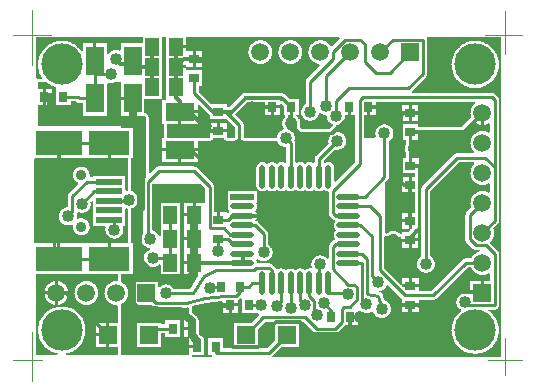
<source format=gtl>
%FSLAX23Y23*%
%MOIN*%
G70*
G01*
G75*
G04 Layer_Physical_Order=1*
G04 Layer_Color=255*
%ADD10R,0.059X0.098*%
%ADD11R,0.059X0.059*%
%ADD12R,0.031X0.035*%
%ADD13R,0.045X0.060*%
%ADD14R,0.035X0.031*%
%ADD15R,0.157X0.081*%
%ADD16R,0.138X0.081*%
%ADD17R,0.089X0.020*%
%ADD18C,0.035*%
%ADD19R,0.098X0.059*%
%ADD20O,0.020X0.079*%
%ADD21O,0.079X0.020*%
%ADD22R,0.079X0.020*%
%ADD23C,0.010*%
%ADD24C,0.012*%
%ADD25C,0.025*%
%ADD26C,0.012*%
%ADD27C,0.004*%
%ADD28C,0.059*%
%ADD29C,0.138*%
%ADD30C,0.040*%
G36*
X447Y-80D02*
Y-146D01*
Y-213D01*
X447D01*
Y-214D01*
X444Y-217D01*
X433D01*
Y-297D01*
X439D01*
Y-343D01*
X438Y-343D01*
X433D01*
Y-378D01*
X552D01*
Y-353D01*
X593D01*
X595Y-352D01*
X596Y-352D01*
X598Y-351D01*
X600Y-350D01*
X601Y-348D01*
X602Y-346D01*
X602Y-345D01*
X638D01*
X639Y-346D01*
X640Y-348D01*
X641Y-350D01*
X642Y-351D01*
X644Y-352D01*
X646Y-352D01*
X648Y-353D01*
X675D01*
X677Y-352D01*
X679Y-352D01*
X681Y-351D01*
X682Y-350D01*
X683Y-348D01*
X684Y-346D01*
X685Y-344D01*
X685Y-343D01*
Y-306D01*
X685Y-304D01*
X684Y-302D01*
X683Y-301D01*
X682Y-299D01*
X657Y-274D01*
X656Y-273D01*
X654Y-272D01*
X654D01*
X654Y-272D01*
X653Y-272D01*
X652Y-272D01*
X652D01*
X650Y-271D01*
D01*
D01*
D01*
D01*
D01*
D01*
X650D01*
X650Y-271D01*
D01*
D01*
D01*
D01*
D01*
X648Y-271D01*
Y-262D01*
X620D01*
Y-252D01*
X648D01*
X648Y-252D01*
Y-252D01*
X656D01*
X658Y-251D01*
X660Y-251D01*
X662Y-250D01*
X663Y-249D01*
X706Y-206D01*
X707Y-205D01*
X708Y-205D01*
X708Y-204D01*
X708Y-204D01*
X708Y-204D01*
X708Y-204D01*
X709Y-204D01*
X710Y-204D01*
X830D01*
X831Y-204D01*
X832Y-204D01*
X833Y-204D01*
X833D01*
X833Y-204D01*
X833Y-205D01*
X834Y-205D01*
X835Y-206D01*
X839Y-210D01*
X838Y-213D01*
X838D01*
X838Y-213D01*
Y-215D01*
X836Y-219D01*
X834Y-221D01*
X833Y-221D01*
X831Y-220D01*
X830Y-220D01*
X826Y-217D01*
Y-213D01*
X775D01*
Y-214D01*
X747D01*
X745Y-213D01*
X742Y-212D01*
X739Y-211D01*
X736Y-210D01*
X732Y-210D01*
X729Y-210D01*
X726Y-211D01*
X722Y-212D01*
X719Y-213D01*
X718Y-214D01*
X716D01*
X714Y-214D01*
X712Y-215D01*
X711Y-216D01*
X709Y-217D01*
X669Y-257D01*
X667Y-259D01*
X666Y-261D01*
X666Y-263D01*
X666Y-264D01*
X666Y-266D01*
X666Y-268D01*
X667Y-270D01*
X669Y-272D01*
X693Y-296D01*
X694Y-297D01*
X694Y-298D01*
X695Y-299D01*
X695Y-299D01*
X695Y-300D01*
Y-343D01*
X695Y-344D01*
X696Y-346D01*
X697Y-348D01*
X698Y-350D01*
X700Y-351D01*
X701Y-352D01*
X703Y-352D01*
X705Y-353D01*
X815D01*
X816Y-352D01*
X817Y-352D01*
X817Y-354D01*
X818Y-357D01*
X820Y-360D01*
X822Y-363D01*
X824Y-365D01*
X827Y-367D01*
X829Y-369D01*
X832Y-371D01*
X835Y-372D01*
X839Y-373D01*
X842Y-374D01*
X845Y-374D01*
X846Y-375D01*
Y-423D01*
X842Y-428D01*
X842Y-428D01*
X840Y-426D01*
X838Y-425D01*
X835Y-424D01*
X833Y-424D01*
X830Y-424D01*
X827Y-424D01*
X825Y-424D01*
X822Y-425D01*
X820Y-426D01*
X818Y-428D01*
X816Y-429D01*
X812D01*
X811Y-428D01*
X808Y-426D01*
X806Y-425D01*
X804Y-424D01*
X801Y-424D01*
X798Y-424D01*
X796Y-424D01*
X793Y-424D01*
X791Y-425D01*
X788Y-426D01*
X786Y-428D01*
X784Y-429D01*
X784Y-429D01*
X781D01*
X779Y-428D01*
X777Y-426D01*
X775Y-425D01*
X772Y-424D01*
X770Y-424D01*
X767Y-424D01*
X764Y-424D01*
X762Y-424D01*
X759Y-425D01*
X757Y-426D01*
X755Y-428D01*
X753Y-429D01*
X751Y-431D01*
X750Y-434D01*
X749Y-436D01*
X748Y-438D01*
X747Y-441D01*
X747Y-444D01*
Y-503D01*
X747Y-505D01*
X748Y-508D01*
X749Y-510D01*
X750Y-513D01*
X751Y-515D01*
X753Y-517D01*
X755Y-518D01*
X757Y-520D01*
X759Y-521D01*
X762Y-522D01*
X764Y-522D01*
X767Y-522D01*
X770Y-522D01*
X772Y-522D01*
X775Y-521D01*
X777Y-520D01*
X779Y-518D01*
X781Y-517D01*
X781Y-517D01*
X784D01*
X786Y-518D01*
X788Y-520D01*
X791Y-521D01*
X793Y-522D01*
X796Y-522D01*
X798Y-522D01*
X801Y-522D01*
X804Y-522D01*
X806Y-521D01*
X808Y-520D01*
X811Y-518D01*
X812Y-517D01*
X816D01*
X818Y-518D01*
X820Y-520D01*
X822Y-521D01*
X825Y-522D01*
X827Y-522D01*
X830Y-522D01*
X833Y-522D01*
X835Y-522D01*
X838Y-521D01*
X840Y-520D01*
X842Y-518D01*
X844Y-517D01*
X847D01*
X849Y-518D01*
X851Y-520D01*
X854Y-521D01*
X856Y-522D01*
X859Y-522D01*
X861Y-522D01*
X864Y-522D01*
X867Y-522D01*
X869Y-521D01*
X871Y-520D01*
X874Y-518D01*
X875Y-517D01*
X879D01*
X881Y-518D01*
X883Y-520D01*
X885Y-521D01*
X888Y-522D01*
X890Y-522D01*
X893Y-522D01*
X896Y-522D01*
X898Y-522D01*
X901Y-521D01*
X903Y-520D01*
X905Y-518D01*
X907Y-517D01*
X910D01*
X912Y-518D01*
X914Y-520D01*
X917Y-521D01*
X919Y-522D01*
X922Y-522D01*
X924Y-522D01*
X927Y-522D01*
X930Y-522D01*
X932Y-521D01*
X934Y-520D01*
X937Y-518D01*
X938Y-517D01*
X942D01*
X944Y-518D01*
X946Y-520D01*
X948Y-521D01*
X951Y-522D01*
X953Y-522D01*
X956Y-522D01*
X959Y-522D01*
X961Y-522D01*
X964Y-521D01*
X966Y-520D01*
X968Y-518D01*
X970Y-517D01*
X973D01*
X975Y-518D01*
X977Y-520D01*
X980Y-521D01*
X982Y-522D01*
X985Y-522D01*
X987Y-522D01*
X988Y-523D01*
Y-594D01*
X988Y-596D01*
X989Y-599D01*
X989Y-600D01*
X990Y-601D01*
X991Y-603D01*
X992Y-605D01*
X1001Y-614D01*
X1003Y-615D01*
X1005Y-616D01*
X1006Y-617D01*
X1007Y-617D01*
X1008Y-617D01*
X1009Y-622D01*
X1009Y-622D01*
X1008Y-625D01*
X1006Y-627D01*
X1006Y-629D01*
X1005Y-632D01*
X1005Y-634D01*
X1005Y-637D01*
X1006Y-640D01*
X1006Y-642D01*
X1008Y-644D01*
X1009Y-647D01*
X1011Y-649D01*
Y-652D01*
X1009Y-654D01*
X1008Y-656D01*
X1006Y-658D01*
X1006Y-661D01*
X1005Y-663D01*
X1005Y-666D01*
X1005Y-669D01*
X1006Y-671D01*
X1006Y-674D01*
X1008Y-676D01*
X1009Y-678D01*
X1009Y-678D01*
X1008Y-683D01*
X1007Y-683D01*
X1005Y-684D01*
X1003Y-685D01*
X1001Y-687D01*
X992Y-695D01*
X991Y-697D01*
X990Y-699D01*
X989Y-700D01*
X989Y-701D01*
X988Y-704D01*
X988Y-706D01*
Y-743D01*
X984Y-746D01*
X983Y-746D01*
X981Y-744D01*
X979Y-742D01*
X976Y-740D01*
X973Y-738D01*
X970Y-737D01*
X967Y-736D01*
X963Y-735D01*
X960Y-735D01*
X957Y-735D01*
X953Y-736D01*
X950Y-737D01*
X947Y-738D01*
X944Y-740D01*
X941Y-742D01*
X939Y-744D01*
X937Y-746D01*
X935Y-749D01*
X933Y-752D01*
X932Y-755D01*
X931Y-758D01*
X930Y-762D01*
X930Y-765D01*
X930Y-768D01*
X931Y-772D01*
X932Y-775D01*
X928Y-778D01*
X927Y-778D01*
X924Y-778D01*
X922Y-778D01*
X919Y-779D01*
X917Y-780D01*
X914Y-781D01*
X912Y-782D01*
X910Y-784D01*
X907D01*
X905Y-782D01*
X903Y-781D01*
X901Y-780D01*
X898Y-779D01*
X896Y-778D01*
X893Y-778D01*
X890Y-778D01*
X888Y-779D01*
X885Y-780D01*
X883Y-781D01*
X881Y-782D01*
X879Y-784D01*
X875D01*
X874Y-782D01*
X871Y-781D01*
X869Y-780D01*
X867Y-779D01*
X864Y-778D01*
X861Y-778D01*
X859Y-778D01*
X856Y-779D01*
X854Y-780D01*
X851Y-781D01*
X849Y-782D01*
X847Y-784D01*
X844D01*
X842Y-782D01*
X840Y-781D01*
X838Y-780D01*
X835Y-779D01*
X833Y-778D01*
X830Y-778D01*
X827Y-778D01*
X825Y-779D01*
X822Y-780D01*
X820Y-781D01*
X818Y-782D01*
X818Y-782D01*
X813Y-781D01*
X813Y-781D01*
X812Y-779D01*
X811Y-777D01*
X809Y-775D01*
X801Y-766D01*
X799Y-765D01*
X797Y-764D01*
X796Y-763D01*
X795Y-763D01*
X792Y-762D01*
X790Y-762D01*
X751D01*
X749Y-760D01*
X749Y-758D01*
X749Y-755D01*
X748Y-753D01*
X747Y-751D01*
X746Y-750D01*
X750Y-746D01*
X752Y-748D01*
X755Y-750D01*
X758Y-752D01*
X761Y-753D01*
X764Y-754D01*
X768Y-755D01*
X771Y-755D01*
X774Y-755D01*
X778Y-754D01*
X781Y-753D01*
X784Y-752D01*
X787Y-750D01*
X790Y-748D01*
X792Y-746D01*
X794Y-744D01*
X796Y-741D01*
X798Y-738D01*
X799Y-735D01*
X800Y-732D01*
X801Y-728D01*
X801Y-725D01*
X801Y-722D01*
X800Y-718D01*
X799Y-715D01*
X798Y-712D01*
X796Y-709D01*
X794Y-706D01*
X792Y-704D01*
X790Y-702D01*
X787Y-700D01*
X786Y-699D01*
Y-663D01*
X786Y-661D01*
X785Y-659D01*
X785Y-658D01*
X784Y-657D01*
X783Y-655D01*
X782Y-653D01*
X753Y-624D01*
X751Y-622D01*
X749Y-621D01*
X748Y-621D01*
X747Y-620D01*
X744Y-620D01*
X743Y-619D01*
Y-618D01*
X744Y-617D01*
X745Y-615D01*
X747Y-613D01*
X748Y-611D01*
X749Y-608D01*
X749Y-608D01*
X700D01*
Y-598D01*
X749D01*
X749Y-598D01*
X748Y-595D01*
X747Y-593D01*
X745Y-591D01*
X744Y-589D01*
Y-586D01*
X745Y-584D01*
X747Y-581D01*
X748Y-579D01*
X749Y-577D01*
X749Y-574D01*
X749Y-571D01*
X749Y-569D01*
X749Y-566D01*
X748Y-564D01*
X747Y-562D01*
X748Y-560D01*
X749D01*
Y-520D01*
X651D01*
Y-560D01*
X651D01*
X653Y-562D01*
X652Y-564D01*
X651Y-566D01*
X651Y-569D01*
X651Y-571D01*
X651Y-574D01*
X651Y-577D01*
X652Y-579D01*
X653Y-581D01*
X655Y-584D01*
X656Y-586D01*
Y-589D01*
X655Y-591D01*
X653Y-593D01*
X653Y-594D01*
X648Y-593D01*
Y-591D01*
X625D01*
Y-617D01*
X615D01*
Y-591D01*
X606D01*
Y-506D01*
X606Y-504D01*
X605Y-501D01*
X604Y-499D01*
X603Y-497D01*
X602Y-495D01*
X549Y-442D01*
X547Y-441D01*
X545Y-440D01*
X544Y-439D01*
X543Y-439D01*
X540Y-438D01*
X538Y-438D01*
X422D01*
X420Y-438D01*
X417Y-439D01*
X416Y-439D01*
X415Y-440D01*
X413Y-441D01*
X411Y-442D01*
X393Y-461D01*
X388Y-459D01*
Y-275D01*
X388Y-273D01*
X387Y-271D01*
X386Y-270D01*
X385Y-268D01*
X382Y-265D01*
X380Y-263D01*
X378Y-262D01*
X376Y-262D01*
X374Y-262D01*
X374D01*
X374Y-262D01*
Y-213D01*
X433D01*
Y-146D01*
Y-80D01*
Y-8D01*
X447D01*
Y-80D01*
D02*
G37*
G36*
X285Y-817D02*
X282Y-821D01*
X280Y-820D01*
X276Y-821D01*
X272Y-821D01*
X269Y-822D01*
X265Y-823D01*
X261Y-825D01*
X258Y-827D01*
X255Y-829D01*
X252Y-832D01*
X249Y-835D01*
X247Y-838D01*
X245Y-841D01*
X243Y-845D01*
X242Y-849D01*
X241Y-852D01*
X241Y-856D01*
X240Y-860D01*
X241Y-864D01*
X241Y-868D01*
X242Y-871D01*
X243Y-875D01*
X245Y-879D01*
X247Y-882D01*
X249Y-885D01*
X252Y-888D01*
X255Y-891D01*
X258Y-893D01*
X261Y-895D01*
X265Y-897D01*
X269Y-898D01*
X272Y-899D01*
X276Y-899D01*
X280Y-900D01*
X282Y-899D01*
X285Y-903D01*
Y-960D01*
X256D01*
Y-1000D01*
Y-1040D01*
X285D01*
Y-1067D01*
X113D01*
X112Y-1062D01*
X115Y-1061D01*
X121Y-1060D01*
X126Y-1058D01*
X131Y-1056D01*
X136Y-1054D01*
X141Y-1051D01*
X146Y-1047D01*
X150Y-1044D01*
X154Y-1040D01*
X158Y-1036D01*
X162Y-1032D01*
X165Y-1027D01*
X168Y-1022D01*
X170Y-1017D01*
X172Y-1012D01*
X174Y-1006D01*
X176Y-1001D01*
X177Y-995D01*
X177Y-990D01*
X177Y-984D01*
X177Y-979D01*
X177Y-973D01*
X176Y-967D01*
X174Y-962D01*
X172Y-957D01*
X170Y-951D01*
X168Y-946D01*
X165Y-942D01*
X162Y-937D01*
X158Y-933D01*
X154Y-928D01*
X150Y-925D01*
X146Y-921D01*
X141Y-918D01*
X136Y-915D01*
X131Y-912D01*
X126Y-910D01*
X121Y-909D01*
X115Y-907D01*
X110Y-906D01*
X104Y-906D01*
X98Y-905D01*
X93Y-906D01*
X87Y-906D01*
X82Y-907D01*
X76Y-909D01*
X71Y-910D01*
X66Y-912D01*
X61Y-915D01*
X56Y-918D01*
X51Y-921D01*
X47Y-925D01*
X43Y-928D01*
X39Y-933D01*
X35Y-937D01*
X32Y-942D01*
X29Y-946D01*
X27Y-951D01*
X24Y-957D01*
X23Y-962D01*
X21Y-967D01*
X20Y-973D01*
X20Y-979D01*
X19Y-984D01*
X20Y-990D01*
X20Y-995D01*
X21Y-1001D01*
X23Y-1006D01*
X24Y-1012D01*
X27Y-1017D01*
X29Y-1022D01*
X32Y-1027D01*
X35Y-1032D01*
X39Y-1036D01*
X43Y-1040D01*
X47Y-1044D01*
X51Y-1047D01*
X56Y-1051D01*
X61Y-1054D01*
X66Y-1056D01*
X71Y-1058D01*
X76Y-1060D01*
X82Y-1061D01*
X85Y-1062D01*
X84Y-1067D01*
X12D01*
Y-796D01*
X285D01*
Y-817D01*
D02*
G37*
G36*
X698Y-880D02*
Y-928D01*
X749D01*
Y-928D01*
X752Y-928D01*
X753Y-929D01*
X755Y-929D01*
X756Y-933D01*
X756Y-934D01*
X729Y-960D01*
X672D01*
Y-1040D01*
X672D01*
Y-1041D01*
X668Y-1045D01*
X637D01*
Y-1012D01*
X586D01*
Y-1068D01*
X599D01*
X599Y-1068D01*
X601Y-1070D01*
X597Y-1075D01*
X533D01*
Y-1068D01*
X574D01*
Y-1012D01*
X570D01*
X569Y-1010D01*
X568Y-1008D01*
X566Y-1005D01*
X564Y-1003D01*
X557Y-996D01*
Y-952D01*
X554D01*
X554Y-952D01*
X554Y-951D01*
X554Y-951D01*
X554Y-950D01*
X553Y-949D01*
X553Y-949D01*
X553Y-948D01*
X553Y-947D01*
X553Y-946D01*
X552Y-946D01*
X552Y-945D01*
X552Y-944D01*
X551Y-944D01*
X551Y-943D01*
X551Y-943D01*
X550Y-942D01*
X550Y-941D01*
X550Y-941D01*
X549Y-940D01*
X549Y-939D01*
X548Y-939D01*
X548Y-938D01*
X548Y-938D01*
X548Y-938D01*
X548D01*
Y-938D01*
D01*
D01*
D01*
D01*
Y-938D01*
D01*
X548D01*
D01*
X548D01*
X547Y-938D01*
X547Y-938D01*
X547Y-938D01*
X534Y-924D01*
X533Y-924D01*
X533Y-923D01*
Y-910D01*
D01*
D01*
D01*
D01*
X533D01*
D01*
D01*
D01*
D01*
Y-910D01*
X533D01*
D01*
Y-910D01*
D01*
D01*
D01*
D01*
D01*
D01*
D01*
D01*
D01*
D01*
D01*
D01*
Y-910D01*
D01*
X533D01*
D01*
D01*
D01*
D01*
X533Y-910D01*
Y-904D01*
X578Y-893D01*
X631Y-886D01*
X635Y-890D01*
Y-895D01*
X686D01*
Y-883D01*
X686Y-883D01*
X688Y-882D01*
X690Y-881D01*
X693Y-878D01*
X698Y-880D01*
D02*
G37*
G36*
X261Y-410D02*
X319D01*
Y-519D01*
X316Y-520D01*
X313Y-521D01*
X313Y-520D01*
X309Y-511D01*
Y-510D01*
Y-470D01*
X201D01*
Y-475D01*
X194D01*
X191Y-471D01*
X191Y-469D01*
X191Y-466D01*
X191Y-463D01*
X190Y-460D01*
X190Y-457D01*
X188Y-454D01*
X187Y-452D01*
X185Y-449D01*
X183Y-447D01*
X181Y-445D01*
X178Y-443D01*
X175Y-441D01*
X173Y-440D01*
X170Y-439D01*
X166Y-439D01*
X163Y-439D01*
X160Y-439D01*
X157Y-439D01*
X154Y-440D01*
X151Y-441D01*
X149Y-443D01*
X146Y-445D01*
X144Y-447D01*
X142Y-449D01*
X140Y-452D01*
X138Y-454D01*
X137Y-457D01*
X136Y-460D01*
X136Y-463D01*
X136Y-466D01*
X136Y-469D01*
X136Y-472D01*
X137Y-475D01*
X138Y-478D01*
X140Y-481D01*
X142Y-484D01*
X144Y-486D01*
X146Y-488D01*
X149Y-490D01*
X151Y-491D01*
X152Y-492D01*
X153Y-497D01*
X123Y-526D01*
X122Y-528D01*
X121Y-530D01*
X120Y-531D01*
X120Y-532D01*
X119Y-535D01*
X119Y-537D01*
Y-574D01*
X119Y-574D01*
X115Y-574D01*
X112Y-575D01*
X109Y-576D01*
X106Y-577D01*
X103Y-579D01*
X100Y-581D01*
X97Y-583D01*
X95Y-585D01*
X93Y-588D01*
X92Y-591D01*
X90Y-594D01*
X89Y-598D01*
X89Y-601D01*
X89Y-604D01*
X89Y-608D01*
X89Y-611D01*
X90Y-614D01*
X92Y-617D01*
X93Y-620D01*
X95Y-623D01*
X97Y-625D01*
X100Y-628D01*
X103Y-630D01*
X106Y-631D01*
X109Y-633D01*
X112Y-634D01*
X115Y-634D01*
X119Y-634D01*
X122Y-634D01*
X125Y-634D01*
X129Y-633D01*
X132Y-631D01*
X132Y-631D01*
X136Y-634D01*
X136Y-636D01*
X136Y-640D01*
X136Y-643D01*
X136Y-646D01*
X137Y-649D01*
X138Y-652D01*
X140Y-654D01*
X142Y-657D01*
X144Y-659D01*
X146Y-661D01*
X149Y-663D01*
X151Y-665D01*
X154Y-666D01*
X157Y-667D01*
X160Y-667D01*
X163Y-667D01*
X166Y-667D01*
X170Y-667D01*
X173Y-666D01*
X175Y-665D01*
X178Y-663D01*
X181Y-661D01*
X183Y-659D01*
X185Y-657D01*
X187Y-654D01*
X188Y-652D01*
X190Y-649D01*
X190Y-646D01*
X191Y-643D01*
X191Y-640D01*
X191Y-636D01*
X190Y-633D01*
X190Y-630D01*
X188Y-627D01*
X187Y-625D01*
X185Y-622D01*
X183Y-620D01*
X181Y-618D01*
X178Y-616D01*
X175Y-615D01*
X173Y-613D01*
X170Y-612D01*
X166Y-612D01*
X163Y-612D01*
X160Y-612D01*
X157Y-612D01*
X154Y-613D01*
X152Y-614D01*
X148Y-611D01*
X148Y-611D01*
X149Y-608D01*
X149Y-604D01*
X149Y-601D01*
X148Y-598D01*
X147Y-596D01*
X148Y-595D01*
X148Y-594D01*
X148Y-593D01*
X153Y-590D01*
X155Y-591D01*
X158Y-592D01*
X162Y-593D01*
X165Y-593D01*
X168Y-593D01*
X172Y-592D01*
X175Y-591D01*
X178Y-590D01*
X181Y-588D01*
X184Y-586D01*
X186Y-584D01*
X188Y-582D01*
X190Y-579D01*
X192Y-576D01*
X193Y-573D01*
X194Y-570D01*
X195Y-566D01*
X195Y-563D01*
X195Y-560D01*
X194Y-557D01*
X197Y-556D01*
X200Y-555D01*
X201Y-555D01*
Y-573D01*
Y-604D01*
Y-636D01*
X238D01*
X245Y-639D01*
X245Y-640D01*
X245Y-642D01*
X244Y-646D01*
X244Y-649D01*
X244Y-652D01*
X245Y-656D01*
X246Y-659D01*
X247Y-662D01*
X249Y-665D01*
X251Y-668D01*
X253Y-670D01*
X255Y-672D01*
X258Y-674D01*
X261Y-676D01*
X264Y-677D01*
X267Y-678D01*
X271Y-679D01*
X274Y-679D01*
X277Y-679D01*
X281Y-678D01*
X284Y-677D01*
X287Y-676D01*
X290Y-674D01*
X293Y-672D01*
X295Y-670D01*
X297Y-668D01*
X299Y-665D01*
X301Y-662D01*
X302Y-659D01*
X303Y-656D01*
X304Y-652D01*
X304Y-649D01*
X304Y-646D01*
X303Y-642D01*
X302Y-639D01*
X301Y-636D01*
X301Y-636D01*
X309D01*
Y-604D01*
Y-587D01*
X313Y-578D01*
X313Y-577D01*
X316Y-578D01*
X319Y-579D01*
Y-695D01*
X261D01*
Y-746D01*
X251D01*
Y-695D01*
X94D01*
Y-746D01*
X84D01*
Y-695D01*
X7D01*
X5Y-414D01*
X8Y-410D01*
X84D01*
Y-360D01*
X94D01*
Y-410D01*
X251D01*
Y-360D01*
X261D01*
Y-410D01*
D02*
G37*
G36*
X775Y-235D02*
X826D01*
Y-232D01*
X831Y-230D01*
X838Y-237D01*
Y-268D01*
X842D01*
X844Y-273D01*
X842Y-274D01*
X840Y-277D01*
X838Y-279D01*
X836Y-282D01*
X835Y-285D01*
X834Y-289D01*
X834Y-292D01*
X833Y-295D01*
X834Y-299D01*
X834Y-302D01*
X835Y-305D01*
X836Y-308D01*
X838Y-311D01*
X836Y-316D01*
X835Y-316D01*
X832Y-317D01*
X829Y-319D01*
X827Y-321D01*
X824Y-323D01*
X822Y-325D01*
X820Y-328D01*
X818Y-331D01*
X817Y-334D01*
X816Y-337D01*
X816Y-341D01*
X815Y-343D01*
X705D01*
Y-300D01*
X705Y-298D01*
X704Y-295D01*
X703Y-293D01*
X702Y-291D01*
X701Y-289D01*
X676Y-264D01*
X716Y-224D01*
X775D01*
Y-235D01*
D02*
G37*
G36*
X591Y-267D02*
X592Y-269D01*
X593Y-269D01*
Y-282D01*
X648D01*
X648Y-282D01*
Y-282D01*
X650Y-281D01*
X675Y-306D01*
Y-343D01*
X648D01*
Y-325D01*
X593D01*
Y-343D01*
X449D01*
Y-297D01*
X487D01*
Y-257D01*
X492D01*
Y-252D01*
X552D01*
Y-235D01*
X556Y-233D01*
X591Y-267D01*
D02*
G37*
G36*
X1062Y-267D02*
X1077D01*
Y-424D01*
X1012Y-489D01*
X1007Y-487D01*
Y-444D01*
X1007Y-441D01*
X1007Y-438D01*
X1006Y-436D01*
X1005Y-434D01*
X1003Y-431D01*
X1001Y-429D01*
X1000Y-428D01*
X997Y-426D01*
X995Y-425D01*
X993Y-424D01*
X990Y-424D01*
X987Y-424D01*
X985Y-424D01*
X982Y-424D01*
X980Y-425D01*
X977Y-426D01*
X975Y-428D01*
X975Y-428D01*
X971Y-423D01*
Y-420D01*
X1009Y-382D01*
X1010Y-382D01*
X1014Y-383D01*
X1017Y-383D01*
X1020Y-383D01*
X1024Y-382D01*
X1027Y-381D01*
X1030Y-380D01*
X1033Y-378D01*
X1036Y-376D01*
X1038Y-374D01*
X1040Y-372D01*
X1042Y-369D01*
X1044Y-366D01*
X1045Y-363D01*
X1046Y-360D01*
X1047Y-356D01*
X1047Y-353D01*
X1047Y-350D01*
X1046Y-346D01*
X1045Y-343D01*
X1044Y-340D01*
X1042Y-337D01*
X1040Y-334D01*
X1038Y-332D01*
X1036Y-330D01*
X1033Y-328D01*
X1030Y-326D01*
X1027Y-325D01*
X1024Y-324D01*
X1020Y-323D01*
X1017Y-323D01*
X1014Y-323D01*
X1010Y-324D01*
X1007Y-325D01*
X1004Y-326D01*
X1001Y-328D01*
X998Y-330D01*
X996Y-332D01*
X994Y-334D01*
X992Y-337D01*
X990Y-340D01*
X989Y-343D01*
X988Y-346D01*
X987Y-350D01*
X987Y-353D01*
X987Y-356D01*
X988Y-360D01*
X988Y-361D01*
X945Y-403D01*
X944Y-405D01*
X942Y-407D01*
X942Y-408D01*
X942Y-409D01*
X941Y-412D01*
X941Y-414D01*
Y-423D01*
X937Y-428D01*
X936Y-428D01*
X934Y-426D01*
X932Y-425D01*
X930Y-424D01*
X927Y-424D01*
X924Y-424D01*
X922Y-424D01*
X919Y-424D01*
X917Y-425D01*
X914Y-426D01*
X912Y-428D01*
X910Y-429D01*
X907D01*
X905Y-428D01*
X903Y-426D01*
X901Y-425D01*
X898Y-424D01*
X896Y-424D01*
X893Y-424D01*
X890Y-424D01*
X888Y-424D01*
X885Y-425D01*
X883Y-426D01*
X881Y-428D01*
X881Y-428D01*
X876Y-423D01*
Y-360D01*
X876Y-358D01*
X876Y-355D01*
X875Y-353D01*
X874Y-352D01*
X875Y-351D01*
X875Y-347D01*
X875Y-344D01*
X875Y-341D01*
X875Y-337D01*
X874Y-334D01*
X872Y-331D01*
X871Y-328D01*
X869Y-325D01*
X867Y-323D01*
X864Y-321D01*
X861Y-319D01*
X858Y-317D01*
X855Y-316D01*
X852Y-315D01*
X849Y-314D01*
X848Y-314D01*
X848Y-314D01*
X848Y-313D01*
X848Y-313D01*
X848Y-312D01*
X848Y-312D01*
X848Y-311D01*
X848Y-311D01*
X848Y-310D01*
X848Y-310D01*
X848Y-309D01*
X848Y-309D01*
X848Y-308D01*
X847Y-308D01*
X847Y-307D01*
X847Y-307D01*
X847Y-307D01*
X847Y-306D01*
X845Y-304D01*
X845Y-302D01*
X844Y-300D01*
X844Y-298D01*
X844Y-295D01*
X844Y-293D01*
X844Y-291D01*
X845Y-289D01*
X845Y-287D01*
X847Y-285D01*
X848Y-283D01*
X849Y-281D01*
X850Y-280D01*
X851Y-280D01*
X851Y-280D01*
X851Y-279D01*
X852Y-279D01*
X852Y-279D01*
X852Y-279D01*
X852Y-278D01*
X853Y-277D01*
X853Y-277D01*
X853Y-277D01*
X853Y-276D01*
X853Y-275D01*
X853Y-275D01*
X854Y-275D01*
X854Y-274D01*
X854Y-273D01*
X854Y-273D01*
X854Y-273D01*
X854Y-272D01*
X854Y-271D01*
X854Y-271D01*
X854Y-271D01*
X853Y-270D01*
X853Y-269D01*
X853Y-269D01*
X853Y-269D01*
X854Y-268D01*
X858D01*
Y-240D01*
X868D01*
Y-268D01*
X868Y-268D01*
X868D01*
X868Y-268D01*
D01*
X868Y-268D01*
Y-269D01*
X869Y-270D01*
X869Y-270D01*
D01*
X869Y-270D01*
X869D01*
X869Y-271D01*
X869Y-271D01*
X869Y-272D01*
X869Y-272D01*
X869Y-273D01*
X869Y-273D01*
X869Y-274D01*
X870Y-274D01*
X870Y-274D01*
X870Y-275D01*
X870Y-275D01*
X871Y-276D01*
X871Y-276D01*
X871Y-276D01*
X872Y-277D01*
X872Y-277D01*
X873Y-277D01*
X873Y-278D01*
X873Y-278D01*
X874Y-278D01*
X874Y-278D01*
X876Y-280D01*
X878Y-281D01*
X879Y-283D01*
X880Y-285D01*
X881Y-287D01*
X882Y-289D01*
X883Y-291D01*
X883Y-293D01*
X883Y-295D01*
X883Y-298D01*
X883Y-300D01*
X882Y-302D01*
X881Y-304D01*
X881Y-306D01*
X881Y-308D01*
Y-308D01*
Y-308D01*
X881Y-310D01*
X881Y-312D01*
X882Y-314D01*
X883Y-315D01*
X884Y-315D01*
X889Y-320D01*
X890Y-321D01*
X892Y-322D01*
X894Y-323D01*
X896Y-323D01*
X992D01*
X994Y-323D01*
X996Y-322D01*
X997Y-321D01*
X999Y-320D01*
X1007Y-311D01*
X1008Y-311D01*
X1008Y-311D01*
X1008Y-310D01*
X1009Y-310D01*
X1009Y-309D01*
X1009Y-309D01*
X1009Y-309D01*
X1010Y-308D01*
X1010Y-308D01*
X1010Y-307D01*
X1011Y-303D01*
X1011Y-303D01*
X1011Y-302D01*
X1011Y-302D01*
X1011Y-301D01*
X1011Y-301D01*
X1012Y-300D01*
X1012Y-300D01*
X1012Y-300D01*
X1015Y-300D01*
X1019Y-299D01*
X1022Y-298D01*
X1025Y-297D01*
X1028Y-295D01*
X1031Y-293D01*
X1033Y-291D01*
X1035Y-289D01*
X1037Y-286D01*
X1039Y-283D01*
X1040Y-280D01*
X1041Y-277D01*
X1042Y-273D01*
X1042Y-270D01*
X1044Y-267D01*
X1052D01*
Y-240D01*
X1062D01*
Y-267D01*
D02*
G37*
G36*
X1505Y-299D02*
X1508Y-299D01*
X1511Y-298D01*
X1515Y-297D01*
X1519Y-295D01*
X1522Y-293D01*
X1523Y-294D01*
X1526Y-298D01*
Y-322D01*
X1523Y-326D01*
X1522Y-327D01*
X1519Y-325D01*
X1515Y-323D01*
X1511Y-322D01*
X1508Y-321D01*
X1504Y-321D01*
X1500Y-320D01*
X1496Y-321D01*
X1492Y-321D01*
X1489Y-322D01*
X1485Y-323D01*
X1481Y-325D01*
X1478Y-327D01*
X1475Y-329D01*
X1472Y-332D01*
X1469Y-335D01*
X1467Y-338D01*
X1465Y-341D01*
X1463Y-345D01*
X1462Y-349D01*
X1461Y-352D01*
X1461Y-356D01*
X1460Y-360D01*
X1461Y-364D01*
X1461Y-368D01*
X1462Y-371D01*
X1463Y-375D01*
X1465Y-379D01*
X1467Y-382D01*
X1469Y-385D01*
X1472Y-388D01*
X1475Y-390D01*
X1474Y-392D01*
X1472Y-395D01*
X1415D01*
X1413Y-395D01*
X1410Y-396D01*
X1409Y-396D01*
X1408Y-397D01*
X1406Y-398D01*
X1404Y-399D01*
X1301Y-502D01*
X1300Y-504D01*
X1299Y-506D01*
X1298Y-507D01*
X1298Y-508D01*
X1297Y-511D01*
X1297Y-513D01*
Y-737D01*
X1296Y-738D01*
X1293Y-740D01*
X1291Y-742D01*
X1289Y-744D01*
X1287Y-747D01*
X1285Y-750D01*
X1284Y-753D01*
X1283Y-756D01*
X1282Y-760D01*
X1282Y-763D01*
X1282Y-766D01*
X1283Y-770D01*
X1284Y-773D01*
X1285Y-776D01*
X1287Y-779D01*
X1289Y-782D01*
X1291Y-784D01*
X1293Y-786D01*
X1296Y-788D01*
X1299Y-790D01*
X1302Y-791D01*
X1305Y-792D01*
X1309Y-793D01*
X1312Y-793D01*
X1315Y-793D01*
X1319Y-792D01*
X1322Y-791D01*
X1325Y-790D01*
X1328Y-788D01*
X1331Y-786D01*
X1333Y-784D01*
X1335Y-782D01*
X1337Y-779D01*
X1339Y-776D01*
X1340Y-773D01*
X1341Y-770D01*
X1342Y-766D01*
X1342Y-763D01*
X1342Y-760D01*
X1341Y-756D01*
X1340Y-753D01*
X1339Y-750D01*
X1337Y-747D01*
X1335Y-744D01*
X1333Y-742D01*
X1331Y-740D01*
X1328Y-738D01*
X1327Y-737D01*
Y-519D01*
X1421Y-425D01*
X1472D01*
X1474Y-428D01*
X1475Y-430D01*
X1472Y-432D01*
X1469Y-435D01*
X1467Y-438D01*
X1465Y-441D01*
X1463Y-445D01*
X1462Y-449D01*
X1461Y-452D01*
X1461Y-456D01*
X1460Y-460D01*
X1461Y-464D01*
X1461Y-468D01*
X1462Y-471D01*
X1463Y-475D01*
X1465Y-479D01*
X1467Y-482D01*
X1469Y-485D01*
X1472Y-488D01*
X1475Y-491D01*
X1478Y-493D01*
X1481Y-495D01*
X1485Y-497D01*
X1489Y-498D01*
X1492Y-499D01*
X1496Y-499D01*
X1500Y-500D01*
X1504Y-499D01*
X1508Y-499D01*
X1511Y-498D01*
X1515Y-497D01*
X1519Y-495D01*
X1522Y-493D01*
X1523Y-494D01*
X1526Y-498D01*
Y-522D01*
X1523Y-526D01*
X1522Y-527D01*
X1519Y-525D01*
X1515Y-523D01*
X1511Y-522D01*
X1508Y-521D01*
X1504Y-521D01*
X1500Y-520D01*
X1496Y-521D01*
X1492Y-521D01*
X1489Y-522D01*
X1485Y-523D01*
X1481Y-525D01*
X1478Y-527D01*
X1475Y-529D01*
X1472Y-532D01*
X1469Y-535D01*
X1467Y-538D01*
X1465Y-541D01*
X1463Y-545D01*
X1462Y-549D01*
X1461Y-552D01*
X1461Y-556D01*
X1460Y-560D01*
X1461Y-564D01*
X1461Y-568D01*
X1462Y-571D01*
X1463Y-575D01*
X1463Y-575D01*
X1448Y-590D01*
X1447Y-592D01*
X1446Y-594D01*
X1445Y-595D01*
X1445Y-596D01*
X1444Y-599D01*
X1444Y-601D01*
Y-682D01*
X1444Y-684D01*
X1445Y-687D01*
X1445Y-688D01*
X1446Y-689D01*
X1447Y-691D01*
X1448Y-693D01*
X1467Y-712D01*
X1469Y-713D01*
X1471Y-714D01*
X1473Y-715D01*
X1476Y-716D01*
X1478Y-716D01*
X1493D01*
X1493Y-721D01*
X1492Y-721D01*
X1489Y-722D01*
X1485Y-723D01*
X1481Y-725D01*
X1478Y-727D01*
X1475Y-729D01*
X1472Y-732D01*
X1469Y-735D01*
X1467Y-738D01*
X1465Y-741D01*
X1463Y-745D01*
X1463Y-745D01*
X1445D01*
X1443Y-745D01*
X1440Y-746D01*
X1438Y-747D01*
X1436Y-748D01*
X1434Y-749D01*
X1331Y-853D01*
X1288D01*
Y-842D01*
X1236D01*
X1233Y-838D01*
Y-832D01*
X1228Y-834D01*
X1173Y-779D01*
Y-675D01*
X1177Y-672D01*
X1178Y-672D01*
X1178Y-672D01*
X1179Y-672D01*
X1179Y-672D01*
X1180Y-673D01*
X1180Y-673D01*
X1180Y-673D01*
X1181Y-673D01*
X1182Y-673D01*
X1182Y-673D01*
X1182Y-673D01*
X1183Y-673D01*
X1184Y-672D01*
X1184Y-672D01*
X1184Y-672D01*
X1185Y-672D01*
X1186Y-672D01*
X1186Y-672D01*
X1186Y-672D01*
X1187Y-671D01*
X1188Y-671D01*
X1188Y-671D01*
X1188Y-671D01*
X1188Y-670D01*
X1189Y-670D01*
X1189Y-669D01*
X1189Y-669D01*
X1189Y-669D01*
X1191Y-668D01*
X1193Y-667D01*
X1195Y-665D01*
X1197Y-665D01*
X1199Y-664D01*
X1201Y-664D01*
X1203Y-664D01*
X1206Y-664D01*
X1208Y-664D01*
X1210Y-665D01*
X1212Y-665D01*
X1214Y-667D01*
X1216Y-668D01*
X1218Y-669D01*
X1219Y-671D01*
X1220Y-672D01*
X1220Y-672D01*
X1220Y-672D01*
X1221Y-673D01*
X1221Y-673D01*
X1221Y-673D01*
X1222Y-674D01*
X1222Y-674D01*
X1223Y-674D01*
X1223Y-674D01*
X1224Y-674D01*
X1224Y-675D01*
X1224Y-675D01*
X1225Y-675D01*
X1226Y-675D01*
X1226Y-675D01*
X1226Y-675D01*
X1227Y-675D01*
X1227Y-675D01*
X1228Y-675D01*
X1228Y-675D01*
X1230Y-682D01*
X1232Y-699D01*
Y-709D01*
X1255D01*
Y-683D01*
X1260D01*
Y-678D01*
X1287D01*
Y-658D01*
X1275D01*
X1272Y-654D01*
X1272Y-653D01*
X1273Y-652D01*
X1274Y-650D01*
X1275Y-648D01*
X1275Y-646D01*
Y-646D01*
X1287D01*
Y-595D01*
X1285D01*
Y-525D01*
X1288D01*
Y-474D01*
X1285D01*
Y-462D01*
X1288D01*
Y-442D01*
X1260D01*
Y-437D01*
X1255D01*
Y-411D01*
X1255Y-411D01*
X1255D01*
Y-390D01*
X1255Y-390D01*
X1255Y-389D01*
X1255Y-389D01*
X1255Y-389D01*
X1255Y-388D01*
X1255Y-387D01*
X1255Y-387D01*
X1255Y-387D01*
X1254Y-386D01*
X1253Y-384D01*
X1253Y-382D01*
X1252Y-379D01*
X1252Y-377D01*
X1252Y-375D01*
X1253Y-373D01*
X1253Y-370D01*
X1254Y-369D01*
X1255Y-367D01*
X1255Y-365D01*
Y-349D01*
X1255D01*
X1255Y-349D01*
Y-323D01*
X1260D01*
Y-318D01*
X1287D01*
X1287Y-318D01*
Y-318D01*
X1430D01*
Y-318D01*
X1430Y-318D01*
X1430D01*
D01*
X1430Y-318D01*
D01*
D01*
D01*
X1430Y-318D01*
X1432Y-318D01*
X1434Y-318D01*
X1436Y-317D01*
X1437Y-316D01*
Y-316D01*
X1437D01*
X1466Y-287D01*
X1471Y-287D01*
X1472Y-288D01*
X1475Y-291D01*
X1478Y-293D01*
X1481Y-295D01*
X1485Y-297D01*
X1489Y-298D01*
X1492Y-299D01*
X1495Y-299D01*
Y-260D01*
X1505D01*
Y-299D01*
D02*
G37*
G36*
X809Y-960D02*
X809D01*
Y-1018D01*
X783Y-1045D01*
X751D01*
Y-1040D01*
X751D01*
Y-982D01*
X776Y-956D01*
X809D01*
Y-960D01*
D02*
G37*
G36*
X368Y-27D02*
X295D01*
Y-46D01*
X291Y-53D01*
X291Y-53D01*
X288Y-52D01*
X285Y-51D01*
X281Y-50D01*
X278Y-50D01*
X275Y-50D01*
X271Y-51D01*
X268Y-52D01*
X265Y-53D01*
X262Y-55D01*
X259Y-57D01*
X257Y-59D01*
X255Y-61D01*
X253Y-63D01*
X250Y-62D01*
X248Y-62D01*
Y-27D01*
X214D01*
Y-87D01*
X204D01*
Y-27D01*
X169D01*
Y-53D01*
X168Y-54D01*
X164Y-55D01*
X162Y-51D01*
X158Y-47D01*
X154Y-43D01*
X150Y-39D01*
X146Y-35D01*
X141Y-32D01*
X136Y-29D01*
X131Y-27D01*
X126Y-24D01*
X121Y-23D01*
X115Y-21D01*
X110Y-20D01*
X104Y-20D01*
X98Y-19D01*
X93Y-20D01*
X87Y-20D01*
X82Y-21D01*
X76Y-23D01*
X71Y-24D01*
X66Y-27D01*
X61Y-29D01*
X56Y-32D01*
X51Y-35D01*
X47Y-39D01*
X43Y-43D01*
X39Y-47D01*
X35Y-51D01*
X32Y-56D01*
X29Y-61D01*
X27Y-66D01*
X24Y-71D01*
X23Y-76D01*
X21Y-82D01*
X20Y-87D01*
X20Y-93D01*
X19Y-98D01*
X20Y-104D01*
X20Y-110D01*
X21Y-115D01*
X23Y-121D01*
X24Y-126D01*
X27Y-131D01*
X29Y-136D01*
X32Y-141D01*
X33Y-143D01*
X31Y-147D01*
X20D01*
X18Y-148D01*
X16Y-148D01*
X12Y-141D01*
Y-16D01*
Y-8D01*
X368D01*
Y-27D01*
D02*
G37*
G36*
X1025Y-12D02*
X999Y-38D01*
X994Y-38D01*
X993Y-35D01*
X990Y-32D01*
X988Y-29D01*
X985Y-26D01*
X982Y-24D01*
X978Y-22D01*
X975Y-21D01*
X971Y-19D01*
X968Y-18D01*
X964Y-18D01*
X960Y-18D01*
X956Y-18D01*
X952Y-18D01*
X948Y-19D01*
X945Y-21D01*
X941Y-22D01*
X938Y-24D01*
X935Y-26D01*
X932Y-29D01*
X929Y-32D01*
X927Y-35D01*
X925Y-38D01*
X923Y-42D01*
X922Y-46D01*
X921Y-49D01*
X920Y-53D01*
X920Y-57D01*
X920Y-61D01*
X921Y-65D01*
X922Y-69D01*
X923Y-72D01*
X925Y-76D01*
X927Y-79D01*
X929Y-82D01*
X932Y-85D01*
X935Y-88D01*
X938Y-90D01*
X941Y-92D01*
X945Y-94D01*
X948Y-95D01*
X952Y-96D01*
X956Y-96D01*
X957Y-97D01*
X959Y-101D01*
X915Y-145D01*
X914Y-147D01*
X913Y-149D01*
X912Y-150D01*
X912Y-151D01*
X911Y-153D01*
X911Y-156D01*
Y-230D01*
X910Y-231D01*
X907Y-233D01*
X905Y-235D01*
X903Y-237D01*
X901Y-240D01*
X899Y-243D01*
X898Y-246D01*
X897Y-249D01*
X896Y-253D01*
X896Y-256D01*
X896Y-259D01*
X897Y-263D01*
X898Y-266D01*
X899Y-269D01*
X901Y-272D01*
X903Y-275D01*
X905Y-277D01*
X907Y-279D01*
X910Y-281D01*
X913Y-283D01*
X916Y-284D01*
X919Y-285D01*
X923Y-286D01*
X926Y-286D01*
X929Y-286D01*
X933Y-285D01*
X936Y-284D01*
X939Y-283D01*
X942Y-281D01*
X945Y-279D01*
X947Y-277D01*
X949Y-275D01*
X951Y-272D01*
X953Y-269D01*
X954Y-266D01*
X955Y-263D01*
X955Y-262D01*
X960Y-260D01*
X960Y-260D01*
X963Y-262D01*
X966Y-264D01*
X969Y-265D01*
X972Y-266D01*
X976Y-267D01*
X979Y-267D01*
X982Y-270D01*
X982Y-270D01*
X982Y-273D01*
X983Y-277D01*
X984Y-280D01*
X985Y-283D01*
X987Y-286D01*
X989Y-289D01*
X991Y-291D01*
X993Y-293D01*
X996Y-295D01*
X999Y-297D01*
X1001Y-298D01*
X1001Y-300D01*
X1000Y-304D01*
X992Y-313D01*
X896D01*
X891Y-308D01*
X892Y-305D01*
X893Y-302D01*
X893Y-299D01*
X894Y-295D01*
X893Y-292D01*
X893Y-289D01*
X892Y-285D01*
X891Y-282D01*
X889Y-279D01*
X887Y-277D01*
X885Y-274D01*
X882Y-272D01*
X879Y-270D01*
X879Y-269D01*
Y-268D01*
X889D01*
Y-213D01*
X856D01*
X841Y-198D01*
X840Y-197D01*
X838Y-196D01*
X836Y-195D01*
X835Y-195D01*
X833Y-194D01*
X831Y-194D01*
X710D01*
X708Y-194D01*
X705Y-195D01*
X704Y-195D01*
X703Y-196D01*
X701Y-197D01*
X699Y-198D01*
X656Y-241D01*
X648D01*
Y-231D01*
X597D01*
X555Y-189D01*
Y-169D01*
X567D01*
Y-118D01*
X512D01*
Y-111D01*
X480D01*
Y-101D01*
X513D01*
Y-106D01*
X535D01*
Y-81D01*
Y-55D01*
X512D01*
Y-45D01*
X480D01*
Y-35D01*
X512D01*
Y-8D01*
X1023D01*
X1025Y-12D01*
D02*
G37*
G36*
X295Y-207D02*
X335D01*
Y-212D01*
X340D01*
Y-272D01*
X374D01*
Y-272D01*
X374D01*
X378Y-275D01*
Y-476D01*
X374Y-479D01*
X373Y-481D01*
X372Y-483D01*
X371Y-484D01*
X371Y-485D01*
X370Y-488D01*
X370Y-490D01*
Y-662D01*
X369Y-664D01*
X367Y-667D01*
X366Y-670D01*
X365Y-673D01*
X364Y-677D01*
X364Y-680D01*
X364Y-683D01*
X365Y-687D01*
X366Y-690D01*
X367Y-693D01*
X369Y-696D01*
X371Y-699D01*
X373Y-701D01*
X375Y-703D01*
X378Y-705D01*
X381Y-707D01*
X384Y-708D01*
X387Y-709D01*
X391Y-710D01*
X393Y-710D01*
X393Y-715D01*
X391Y-716D01*
X388Y-717D01*
X385Y-719D01*
X382Y-721D01*
X380Y-723D01*
X378Y-725D01*
X376Y-728D01*
X374Y-731D01*
X373Y-734D01*
X372Y-737D01*
X371Y-741D01*
X371Y-744D01*
X371Y-747D01*
X372Y-751D01*
X373Y-754D01*
X374Y-757D01*
X376Y-760D01*
X378Y-763D01*
X380Y-765D01*
X382Y-767D01*
X385Y-769D01*
X388Y-771D01*
X391Y-772D01*
X394Y-773D01*
X398Y-774D01*
X401Y-774D01*
X404Y-774D01*
X408Y-773D01*
X411Y-772D01*
X414Y-771D01*
X417Y-769D01*
X420Y-767D01*
X422Y-765D01*
X423Y-765D01*
X428Y-766D01*
Y-800D01*
X493D01*
Y-720D01*
Y-640D01*
Y-560D01*
X428D01*
Y-640D01*
Y-670D01*
X423Y-671D01*
X422Y-670D01*
X421Y-667D01*
X419Y-664D01*
X417Y-661D01*
X415Y-659D01*
X413Y-657D01*
X410Y-655D01*
X407Y-653D01*
X404Y-652D01*
X401Y-651D01*
X400Y-651D01*
Y-496D01*
X400Y-496D01*
X560D01*
X576Y-512D01*
Y-560D01*
X572D01*
Y-560D01*
X545D01*
Y-600D01*
X540D01*
Y-605D01*
X507D01*
Y-640D01*
Y-675D01*
X540D01*
Y-685D01*
X507D01*
Y-720D01*
Y-755D01*
X540D01*
Y-760D01*
X545D01*
Y-800D01*
X550D01*
X553Y-804D01*
X527Y-847D01*
X472D01*
X471Y-846D01*
X469Y-843D01*
X467Y-841D01*
X465Y-839D01*
X462Y-837D01*
X459Y-835D01*
X456Y-834D01*
X453Y-833D01*
X449Y-832D01*
X446Y-832D01*
X443Y-832D01*
X439Y-833D01*
X436Y-834D01*
X433Y-835D01*
X430Y-837D01*
X427Y-839D01*
X425Y-841D01*
X424Y-841D01*
X420Y-840D01*
Y-820D01*
X340D01*
Y-900D01*
X398D01*
X403Y-904D01*
X403Y-905D01*
X404Y-905D01*
X404Y-905D01*
X404Y-905D01*
X405Y-906D01*
X406Y-907D01*
X406Y-907D01*
X406Y-907D01*
X407Y-907D01*
X408Y-907D01*
X408Y-907D01*
X409Y-907D01*
X410Y-908D01*
X411Y-908D01*
X411Y-908D01*
X411Y-908D01*
X412Y-908D01*
X413Y-908D01*
X512Y-909D01*
X512Y-909D01*
X513Y-909D01*
X514Y-909D01*
X514Y-909D01*
X515Y-908D01*
X515Y-908D01*
X519Y-907D01*
X523Y-910D01*
D01*
X523Y-910D01*
Y-923D01*
X523Y-924D01*
Y-924D01*
X523Y-925D01*
X523Y-925D01*
X523Y-925D01*
X523Y-925D01*
X524Y-927D01*
X525Y-929D01*
X525Y-930D01*
X525Y-930D01*
X525Y-930D01*
X525Y-930D01*
X526Y-930D01*
X526Y-931D01*
X526Y-931D01*
X527Y-931D01*
X540Y-945D01*
X540Y-945D01*
X540Y-945D01*
X540Y-945D01*
X540Y-945D01*
X540Y-945D01*
X534Y-952D01*
X533Y-952D01*
X536D01*
Y-980D01*
X531D01*
Y-985D01*
X506D01*
Y-1008D01*
X523D01*
Y-1012D01*
X523D01*
Y-1035D01*
X549D01*
Y-1045D01*
X523D01*
Y-1068D01*
X295D01*
Y-897D01*
X299Y-895D01*
X302Y-893D01*
X305Y-891D01*
X308Y-888D01*
X311Y-885D01*
X313Y-882D01*
X315Y-879D01*
X317Y-875D01*
X318Y-871D01*
X319Y-868D01*
X319Y-864D01*
X320Y-860D01*
X319Y-856D01*
X319Y-852D01*
X318Y-849D01*
X317Y-845D01*
X315Y-841D01*
X313Y-838D01*
X311Y-835D01*
X308Y-832D01*
X305Y-829D01*
X302Y-827D01*
X299Y-825D01*
X295Y-823D01*
Y-796D01*
X335D01*
Y-695D01*
X329D01*
Y-579D01*
X329Y-579D01*
X329Y-578D01*
X329Y-578D01*
X330Y-578D01*
X333Y-577D01*
X336Y-576D01*
X339Y-574D01*
X342Y-572D01*
X344Y-570D01*
X346Y-568D01*
X348Y-565D01*
X350Y-562D01*
X351Y-559D01*
X352Y-556D01*
X353Y-552D01*
X353Y-549D01*
X353Y-546D01*
X352Y-542D01*
X351Y-539D01*
X350Y-536D01*
X348Y-533D01*
X346Y-530D01*
X344Y-528D01*
X342Y-526D01*
X339Y-524D01*
X336Y-522D01*
X333Y-521D01*
X330Y-520D01*
X329Y-520D01*
X329Y-520D01*
X329Y-519D01*
X329Y-519D01*
Y-410D01*
X335D01*
Y-310D01*
X295D01*
Y-303D01*
X20D01*
Y-235D01*
X35D01*
Y-207D01*
Y-179D01*
X20D01*
Y-157D01*
X46D01*
X47Y-158D01*
X51Y-162D01*
X56Y-165D01*
X61Y-168D01*
X66Y-170D01*
X71Y-172D01*
X76Y-174D01*
X78Y-175D01*
Y-179D01*
X78D01*
Y-235D01*
X129D01*
Y-222D01*
X147D01*
X148Y-223D01*
X150Y-225D01*
X152Y-226D01*
X154Y-227D01*
X156Y-227D01*
X158Y-227D01*
X169D01*
Y-272D01*
X248D01*
Y-168D01*
X252Y-159D01*
X252Y-158D01*
X255Y-159D01*
X259Y-160D01*
X262Y-160D01*
X265Y-160D01*
X269Y-159D01*
X272Y-158D01*
X274Y-157D01*
X295D01*
Y-207D01*
D02*
G37*
G36*
X1563Y-1075D02*
X804D01*
X800Y-1070D01*
X800Y-1070D01*
X831Y-1040D01*
X888D01*
Y-960D01*
X888D01*
Y-960D01*
X892Y-956D01*
X904D01*
X939Y-991D01*
X941Y-993D01*
X943Y-994D01*
X944Y-995D01*
X945Y-995D01*
X947Y-995D01*
X949Y-996D01*
X1008D01*
X1010Y-995D01*
X1012Y-995D01*
X1013Y-994D01*
X1014Y-994D01*
X1016Y-993D01*
X1018Y-991D01*
X1042Y-967D01*
X1055D01*
Y-940D01*
X1059D01*
Y-935D01*
X1085D01*
Y-919D01*
X1090Y-917D01*
X1090Y-918D01*
X1092Y-919D01*
X1094Y-920D01*
X1095Y-921D01*
X1098Y-923D01*
X1101Y-925D01*
X1104Y-926D01*
X1107Y-927D01*
X1111Y-927D01*
X1114Y-928D01*
X1118Y-927D01*
X1121Y-927D01*
X1124Y-926D01*
X1127Y-925D01*
X1130Y-923D01*
X1132Y-922D01*
X1137Y-923D01*
X1137Y-923D01*
X1138Y-926D01*
X1140Y-929D01*
X1142Y-932D01*
X1144Y-935D01*
X1147Y-937D01*
X1149Y-939D01*
X1152Y-940D01*
X1155Y-942D01*
X1159Y-943D01*
X1162Y-943D01*
X1165Y-943D01*
X1169Y-943D01*
X1172Y-943D01*
X1175Y-942D01*
X1178Y-940D01*
X1181Y-939D01*
X1184Y-937D01*
X1187Y-935D01*
X1189Y-932D01*
X1191Y-929D01*
X1192Y-926D01*
X1194Y-923D01*
X1195Y-920D01*
X1195Y-917D01*
X1195Y-913D01*
X1195Y-910D01*
X1195Y-907D01*
X1194Y-903D01*
X1192Y-900D01*
X1191Y-897D01*
X1189Y-895D01*
X1187Y-892D01*
X1184Y-890D01*
X1181Y-888D01*
X1178Y-886D01*
X1175Y-885D01*
X1173Y-884D01*
X1168Y-866D01*
X1168Y-866D01*
X1168Y-865D01*
X1168Y-865D01*
X1167Y-864D01*
X1167Y-864D01*
X1167Y-863D01*
X1167Y-863D01*
X1166Y-862D01*
X1166Y-862D01*
X1166Y-861D01*
X1165Y-861D01*
X1165Y-860D01*
X1164Y-860D01*
X1164Y-859D01*
X1164Y-859D01*
X1163Y-858D01*
X1163Y-858D01*
X1162Y-858D01*
X1162Y-857D01*
X1161Y-857D01*
X1161Y-857D01*
X1160Y-857D01*
X1160Y-856D01*
X1159Y-856D01*
X1159Y-856D01*
X1158Y-856D01*
X1157Y-856D01*
X1157Y-855D01*
X1156Y-855D01*
X1156Y-855D01*
X1156Y-855D01*
X1156Y-855D01*
X1160Y-854D01*
X1163Y-853D01*
X1166Y-852D01*
X1169Y-850D01*
X1172Y-848D01*
X1174Y-846D01*
X1177D01*
Y-843D01*
X1178Y-841D01*
X1180Y-838D01*
X1181Y-835D01*
X1182Y-835D01*
X1189Y-837D01*
X1230Y-879D01*
X1232Y-880D01*
X1233Y-880D01*
Y-895D01*
X1288D01*
Y-883D01*
X1337D01*
X1339Y-883D01*
X1342Y-882D01*
X1343Y-882D01*
X1344Y-881D01*
X1346Y-880D01*
X1348Y-879D01*
X1451Y-775D01*
X1463D01*
X1463Y-775D01*
X1465Y-779D01*
X1467Y-782D01*
X1469Y-785D01*
X1472Y-788D01*
X1475Y-791D01*
X1478Y-793D01*
X1481Y-795D01*
X1485Y-797D01*
X1489Y-798D01*
X1492Y-799D01*
X1496Y-799D01*
X1500Y-800D01*
X1504Y-799D01*
X1508Y-799D01*
X1511Y-798D01*
X1515Y-797D01*
X1519Y-795D01*
X1522Y-793D01*
X1523Y-794D01*
X1526Y-798D01*
Y-820D01*
X1505D01*
Y-860D01*
X1500D01*
Y-865D01*
X1461D01*
X1460Y-865D01*
Y-857D01*
X1458Y-862D01*
X1456Y-863D01*
X1454Y-862D01*
X1451Y-861D01*
X1447Y-860D01*
X1444Y-860D01*
X1441Y-860D01*
X1437Y-861D01*
X1434Y-862D01*
X1431Y-863D01*
X1428Y-865D01*
X1425Y-867D01*
X1423Y-869D01*
X1421Y-871D01*
X1419Y-874D01*
X1417Y-877D01*
X1416Y-880D01*
X1415Y-883D01*
X1414Y-887D01*
X1414Y-890D01*
X1414Y-893D01*
X1415Y-897D01*
X1416Y-900D01*
X1417Y-903D01*
X1419Y-906D01*
X1421Y-909D01*
X1423Y-911D01*
X1425Y-913D01*
X1428Y-915D01*
X1429Y-916D01*
X1429Y-921D01*
X1429Y-921D01*
X1425Y-925D01*
X1421Y-928D01*
X1417Y-933D01*
X1413Y-937D01*
X1410Y-942D01*
X1407Y-946D01*
X1405Y-951D01*
X1402Y-957D01*
X1401Y-962D01*
X1399Y-967D01*
X1398Y-973D01*
X1398Y-979D01*
X1397Y-984D01*
X1398Y-990D01*
X1398Y-995D01*
X1399Y-1001D01*
X1401Y-1006D01*
X1402Y-1012D01*
X1405Y-1017D01*
X1407Y-1022D01*
X1410Y-1027D01*
X1413Y-1032D01*
X1417Y-1036D01*
X1421Y-1040D01*
X1425Y-1044D01*
X1429Y-1047D01*
X1434Y-1051D01*
X1439Y-1054D01*
X1444Y-1056D01*
X1449Y-1058D01*
X1454Y-1060D01*
X1460Y-1061D01*
X1465Y-1062D01*
X1471Y-1063D01*
X1476Y-1063D01*
X1482Y-1063D01*
X1488Y-1062D01*
X1493Y-1061D01*
X1499Y-1060D01*
X1504Y-1058D01*
X1509Y-1056D01*
X1514Y-1054D01*
X1519Y-1051D01*
X1524Y-1047D01*
X1528Y-1044D01*
X1532Y-1040D01*
X1536Y-1036D01*
X1540Y-1032D01*
X1543Y-1027D01*
X1546Y-1022D01*
X1548Y-1017D01*
X1550Y-1012D01*
X1552Y-1006D01*
X1554Y-1001D01*
X1555Y-995D01*
X1555Y-990D01*
X1555Y-984D01*
X1555Y-979D01*
X1555Y-973D01*
X1554Y-967D01*
X1552Y-962D01*
X1550Y-957D01*
X1548Y-951D01*
X1546Y-946D01*
X1543Y-942D01*
X1540Y-937D01*
X1536Y-933D01*
X1532Y-928D01*
X1528Y-925D01*
X1524Y-921D01*
X1519Y-918D01*
X1520Y-916D01*
X1541D01*
X1543Y-916D01*
X1546Y-915D01*
X1548Y-914D01*
X1550Y-913D01*
X1552Y-912D01*
X1553Y-910D01*
X1554Y-908D01*
X1555Y-906D01*
X1556Y-903D01*
X1556Y-901D01*
Y-730D01*
X1556Y-728D01*
X1555Y-725D01*
X1555Y-724D01*
X1554Y-723D01*
X1553Y-721D01*
X1552Y-719D01*
X1525Y-693D01*
X1525Y-691D01*
X1528Y-688D01*
X1531Y-685D01*
X1533Y-682D01*
X1535Y-679D01*
X1537Y-675D01*
X1538Y-671D01*
X1539Y-668D01*
X1539Y-664D01*
X1540Y-660D01*
X1539Y-656D01*
X1539Y-652D01*
X1538Y-649D01*
X1537Y-645D01*
X1537Y-645D01*
X1552Y-630D01*
X1553Y-628D01*
X1554Y-626D01*
X1555Y-624D01*
X1555Y-624D01*
X1556Y-621D01*
X1556Y-619D01*
Y-442D01*
Y-218D01*
X1556Y-216D01*
X1555Y-213D01*
X1555Y-212D01*
X1554Y-211D01*
X1553Y-209D01*
X1552Y-207D01*
X1542Y-197D01*
X1540Y-196D01*
X1538Y-195D01*
X1537Y-194D01*
X1536Y-194D01*
X1533Y-193D01*
X1531Y-193D01*
X1268D01*
X1265Y-190D01*
X1265Y-188D01*
X1312Y-142D01*
X1313Y-140D01*
X1314Y-138D01*
X1315Y-137D01*
X1315Y-136D01*
X1316Y-133D01*
X1316Y-131D01*
Y-16D01*
X1316Y-14D01*
X1315Y-11D01*
X1314Y-9D01*
X1315Y-8D01*
X1563D01*
Y-1075D01*
D02*
G37*
G36*
X1477Y-228D02*
X1475Y-229D01*
X1472Y-232D01*
X1469Y-235D01*
X1467Y-238D01*
X1465Y-241D01*
X1463Y-245D01*
X1462Y-249D01*
X1461Y-252D01*
X1461Y-256D01*
X1460Y-260D01*
X1461Y-264D01*
X1461Y-268D01*
X1462Y-271D01*
X1463Y-275D01*
X1463Y-275D01*
X1430Y-308D01*
X1287D01*
Y-298D01*
X1232D01*
Y-349D01*
X1245D01*
Y-365D01*
X1244Y-367D01*
X1243Y-370D01*
X1242Y-374D01*
X1242Y-377D01*
X1242Y-380D01*
X1243Y-384D01*
X1244Y-387D01*
X1245Y-390D01*
X1245Y-390D01*
Y-411D01*
X1233D01*
Y-462D01*
X1275D01*
Y-474D01*
X1265D01*
Y-500D01*
Y-525D01*
X1275D01*
Y-595D01*
X1265D01*
Y-621D01*
Y-646D01*
X1259D01*
X1261Y-651D01*
X1254Y-658D01*
X1232D01*
Y-664D01*
X1227Y-665D01*
X1227Y-665D01*
X1225Y-662D01*
X1222Y-660D01*
X1219Y-658D01*
X1217Y-656D01*
X1213Y-655D01*
X1210Y-654D01*
X1207Y-654D01*
X1203Y-653D01*
X1200Y-654D01*
X1197Y-654D01*
X1194Y-655D01*
X1190Y-656D01*
X1188Y-658D01*
X1185Y-660D01*
X1182Y-662D01*
X1182Y-663D01*
X1177Y-661D01*
Y-492D01*
X1185Y-485D01*
X1186Y-483D01*
X1187Y-481D01*
X1188Y-480D01*
X1188Y-479D01*
X1189Y-476D01*
X1189Y-474D01*
Y-354D01*
X1190Y-353D01*
X1193Y-351D01*
X1195Y-349D01*
X1197Y-347D01*
X1199Y-344D01*
X1201Y-341D01*
X1202Y-338D01*
X1203Y-335D01*
X1204Y-331D01*
X1204Y-328D01*
X1204Y-325D01*
X1203Y-321D01*
X1202Y-318D01*
X1201Y-315D01*
X1199Y-312D01*
X1197Y-309D01*
X1195Y-307D01*
X1193Y-305D01*
X1190Y-303D01*
X1187Y-301D01*
X1184Y-300D01*
X1181Y-299D01*
X1177Y-298D01*
X1174Y-298D01*
X1171Y-298D01*
X1167Y-299D01*
X1164Y-300D01*
X1161Y-301D01*
X1158Y-303D01*
X1155Y-305D01*
X1153Y-307D01*
X1151Y-309D01*
X1149Y-312D01*
X1147Y-315D01*
X1146Y-318D01*
X1145Y-321D01*
X1144Y-325D01*
X1144Y-328D01*
X1144Y-331D01*
X1145Y-335D01*
X1146Y-338D01*
X1146Y-338D01*
X1143Y-343D01*
X1107D01*
Y-267D01*
X1115D01*
Y-240D01*
X1119D01*
Y-235D01*
X1145D01*
Y-223D01*
X1476D01*
X1477Y-228D01*
D02*
G37*
%LPC*%
G36*
X85Y-821D02*
Y-855D01*
X119D01*
X119Y-852D01*
X118Y-849D01*
X117Y-845D01*
X115Y-841D01*
X113Y-838D01*
X111Y-835D01*
X108Y-832D01*
X105Y-829D01*
X102Y-827D01*
X99Y-825D01*
X95Y-823D01*
X91Y-822D01*
X88Y-821D01*
X85Y-821D01*
D02*
G37*
G36*
X1495Y-820D02*
X1460D01*
Y-855D01*
X1495D01*
Y-820D01*
D02*
G37*
G36*
X1287Y-688D02*
X1265D01*
Y-709D01*
X1287D01*
Y-688D01*
D02*
G37*
G36*
X1255Y-625D02*
X1232D01*
Y-646D01*
X1255D01*
Y-625D01*
D02*
G37*
G36*
Y-595D02*
X1232D01*
Y-615D01*
X1255D01*
Y-595D01*
D02*
G37*
G36*
X1255Y-811D02*
X1233D01*
Y-832D01*
X1255D01*
Y-811D01*
D02*
G37*
G36*
X1288D02*
X1265D01*
Y-832D01*
X1288D01*
Y-811D01*
D02*
G37*
G36*
X535Y-765D02*
X507D01*
Y-800D01*
X535D01*
Y-765D01*
D02*
G37*
G36*
X1085Y-945D02*
X1065D01*
Y-967D01*
X1085D01*
Y-945D01*
D02*
G37*
G36*
X494Y-952D02*
X443D01*
Y-965D01*
X428D01*
Y-960D01*
X349D01*
Y-1040D01*
X428D01*
Y-995D01*
X443D01*
Y-1008D01*
X494D01*
Y-952D01*
D02*
G37*
G36*
X655Y-905D02*
X635D01*
Y-928D01*
X655D01*
Y-905D01*
D02*
G37*
G36*
X246Y-1005D02*
X212D01*
Y-1040D01*
X246D01*
Y-1005D01*
D02*
G37*
G36*
Y-960D02*
X212D01*
Y-995D01*
X246D01*
Y-960D01*
D02*
G37*
G36*
X526Y-952D02*
X506D01*
Y-975D01*
X526D01*
Y-952D01*
D02*
G37*
G36*
X686Y-905D02*
X665D01*
Y-928D01*
X686D01*
Y-905D01*
D02*
G37*
G36*
X75Y-865D02*
X41D01*
X41Y-868D01*
X42Y-871D01*
X43Y-875D01*
X45Y-879D01*
X47Y-882D01*
X49Y-885D01*
X52Y-888D01*
X55Y-891D01*
X58Y-893D01*
X61Y-895D01*
X65Y-897D01*
X69Y-898D01*
X72Y-899D01*
X75Y-899D01*
Y-865D01*
D02*
G37*
G36*
X119D02*
X85D01*
Y-899D01*
X88Y-899D01*
X91Y-898D01*
X95Y-897D01*
X99Y-895D01*
X102Y-893D01*
X105Y-891D01*
X108Y-888D01*
X111Y-885D01*
X113Y-882D01*
X115Y-879D01*
X117Y-875D01*
X118Y-871D01*
X119Y-868D01*
X119Y-865D01*
D02*
G37*
G36*
X75Y-821D02*
X72Y-821D01*
X69Y-822D01*
X65Y-823D01*
X61Y-825D01*
X58Y-827D01*
X55Y-829D01*
X52Y-832D01*
X49Y-835D01*
X47Y-838D01*
X45Y-841D01*
X43Y-845D01*
X42Y-849D01*
X41Y-852D01*
X41Y-855D01*
X75D01*
Y-821D01*
D02*
G37*
G36*
X1255Y-905D02*
X1233D01*
Y-925D01*
X1255D01*
Y-905D01*
D02*
G37*
G36*
X1288D02*
X1265D01*
Y-925D01*
X1288D01*
Y-905D01*
D02*
G37*
G36*
X180Y-820D02*
X176Y-821D01*
X172Y-821D01*
X169Y-822D01*
X165Y-823D01*
X161Y-825D01*
X158Y-827D01*
X155Y-829D01*
X152Y-832D01*
X149Y-835D01*
X147Y-838D01*
X145Y-841D01*
X143Y-845D01*
X142Y-849D01*
X141Y-852D01*
X141Y-856D01*
X140Y-860D01*
X141Y-864D01*
X141Y-868D01*
X142Y-871D01*
X143Y-875D01*
X145Y-879D01*
X147Y-882D01*
X149Y-885D01*
X152Y-888D01*
X155Y-891D01*
X158Y-893D01*
X161Y-895D01*
X165Y-897D01*
X169Y-898D01*
X172Y-899D01*
X176Y-899D01*
X180Y-900D01*
X184Y-899D01*
X188Y-899D01*
X191Y-898D01*
X195Y-897D01*
X199Y-895D01*
X202Y-893D01*
X205Y-891D01*
X208Y-888D01*
X211Y-885D01*
X213Y-882D01*
X215Y-879D01*
X217Y-875D01*
X218Y-871D01*
X219Y-868D01*
X219Y-864D01*
X220Y-860D01*
X219Y-856D01*
X219Y-852D01*
X218Y-849D01*
X217Y-845D01*
X215Y-841D01*
X213Y-838D01*
X211Y-835D01*
X208Y-832D01*
X205Y-829D01*
X202Y-827D01*
X199Y-825D01*
X195Y-823D01*
X191Y-822D01*
X188Y-821D01*
X184Y-821D01*
X180Y-820D01*
D02*
G37*
G36*
X1255Y-235D02*
X1232D01*
Y-255D01*
X1255D01*
Y-235D01*
D02*
G37*
G36*
X1287D02*
X1265D01*
Y-255D01*
X1287D01*
Y-235D01*
D02*
G37*
G36*
X66Y-212D02*
X45D01*
Y-235D01*
X66D01*
Y-212D01*
D02*
G37*
G36*
X795Y-245D02*
X775D01*
Y-268D01*
X795D01*
Y-245D01*
D02*
G37*
G36*
X826D02*
X805D01*
Y-268D01*
X826D01*
Y-245D01*
D02*
G37*
G36*
X1145Y-245D02*
X1125D01*
Y-267D01*
X1145D01*
Y-245D01*
D02*
G37*
G36*
X760Y-18D02*
X756Y-18D01*
X752Y-18D01*
X748Y-19D01*
X745Y-21D01*
X741Y-22D01*
X738Y-24D01*
X735Y-26D01*
X732Y-29D01*
X729Y-32D01*
X727Y-35D01*
X725Y-38D01*
X723Y-42D01*
X722Y-46D01*
X721Y-49D01*
X720Y-53D01*
X720Y-57D01*
X720Y-61D01*
X721Y-65D01*
X722Y-69D01*
X723Y-72D01*
X725Y-76D01*
X727Y-79D01*
X729Y-82D01*
X732Y-85D01*
X735Y-88D01*
X738Y-90D01*
X741Y-92D01*
X745Y-94D01*
X748Y-95D01*
X752Y-96D01*
X756Y-96D01*
X760Y-97D01*
X764Y-96D01*
X768Y-96D01*
X771Y-95D01*
X775Y-94D01*
X778Y-92D01*
X782Y-90D01*
X785Y-88D01*
X788Y-85D01*
X790Y-82D01*
X793Y-79D01*
X795Y-76D01*
X796Y-72D01*
X798Y-69D01*
X799Y-65D01*
X799Y-61D01*
X799Y-57D01*
X799Y-53D01*
X799Y-49D01*
X798Y-46D01*
X796Y-42D01*
X795Y-38D01*
X793Y-35D01*
X790Y-32D01*
X788Y-29D01*
X785Y-26D01*
X782Y-24D01*
X778Y-22D01*
X775Y-21D01*
X771Y-19D01*
X768Y-18D01*
X764Y-18D01*
X760Y-18D01*
D02*
G37*
G36*
X860D02*
X856Y-18D01*
X852Y-18D01*
X848Y-19D01*
X845Y-21D01*
X841Y-22D01*
X838Y-24D01*
X835Y-26D01*
X832Y-29D01*
X829Y-32D01*
X827Y-35D01*
X825Y-38D01*
X823Y-42D01*
X822Y-46D01*
X821Y-49D01*
X820Y-53D01*
X820Y-57D01*
X820Y-61D01*
X821Y-65D01*
X822Y-69D01*
X823Y-72D01*
X825Y-76D01*
X827Y-79D01*
X829Y-82D01*
X832Y-85D01*
X835Y-88D01*
X838Y-90D01*
X841Y-92D01*
X845Y-94D01*
X848Y-95D01*
X852Y-96D01*
X856Y-96D01*
X860Y-97D01*
X864Y-96D01*
X868Y-96D01*
X871Y-95D01*
X875Y-94D01*
X878Y-92D01*
X882Y-90D01*
X885Y-88D01*
X888Y-85D01*
X890Y-82D01*
X893Y-79D01*
X895Y-76D01*
X896Y-72D01*
X898Y-69D01*
X899Y-65D01*
X899Y-61D01*
X899Y-57D01*
X899Y-53D01*
X899Y-49D01*
X898Y-46D01*
X896Y-42D01*
X895Y-38D01*
X893Y-35D01*
X890Y-32D01*
X888Y-29D01*
X885Y-26D01*
X882Y-24D01*
X878Y-22D01*
X875Y-21D01*
X871Y-19D01*
X868Y-18D01*
X864Y-18D01*
X860Y-18D01*
D02*
G37*
G36*
X567Y-55D02*
X545D01*
Y-75D01*
X567D01*
Y-55D01*
D02*
G37*
G36*
X66Y-179D02*
X45D01*
Y-202D01*
X66D01*
Y-179D01*
D02*
G37*
G36*
X1476Y-19D02*
X1471Y-20D01*
X1465Y-20D01*
X1460Y-21D01*
X1454Y-23D01*
X1449Y-24D01*
X1444Y-27D01*
X1439Y-29D01*
X1434Y-32D01*
X1429Y-35D01*
X1425Y-39D01*
X1421Y-43D01*
X1417Y-47D01*
X1413Y-51D01*
X1410Y-56D01*
X1407Y-61D01*
X1405Y-66D01*
X1402Y-71D01*
X1401Y-76D01*
X1399Y-82D01*
X1398Y-87D01*
X1398Y-93D01*
X1397Y-98D01*
X1398Y-104D01*
X1398Y-110D01*
X1399Y-115D01*
X1401Y-121D01*
X1402Y-126D01*
X1405Y-131D01*
X1407Y-136D01*
X1410Y-141D01*
X1413Y-146D01*
X1417Y-150D01*
X1421Y-154D01*
X1425Y-158D01*
X1429Y-162D01*
X1434Y-165D01*
X1439Y-168D01*
X1444Y-170D01*
X1449Y-172D01*
X1454Y-174D01*
X1460Y-176D01*
X1465Y-177D01*
X1471Y-177D01*
X1476Y-177D01*
X1482Y-177D01*
X1488Y-177D01*
X1493Y-176D01*
X1499Y-174D01*
X1504Y-172D01*
X1509Y-170D01*
X1514Y-168D01*
X1519Y-165D01*
X1524Y-162D01*
X1528Y-158D01*
X1532Y-154D01*
X1536Y-150D01*
X1540Y-146D01*
X1543Y-141D01*
X1546Y-136D01*
X1548Y-131D01*
X1550Y-126D01*
X1552Y-121D01*
X1554Y-115D01*
X1555Y-110D01*
X1555Y-104D01*
X1555Y-98D01*
X1555Y-93D01*
X1555Y-87D01*
X1554Y-82D01*
X1552Y-76D01*
X1550Y-71D01*
X1548Y-66D01*
X1546Y-61D01*
X1543Y-56D01*
X1540Y-51D01*
X1536Y-47D01*
X1532Y-43D01*
X1528Y-39D01*
X1524Y-35D01*
X1519Y-32D01*
X1514Y-29D01*
X1509Y-27D01*
X1504Y-24D01*
X1499Y-23D01*
X1493Y-21D01*
X1488Y-20D01*
X1482Y-20D01*
X1476Y-19D01*
D02*
G37*
G36*
X567Y-85D02*
X545D01*
Y-106D01*
X567D01*
Y-85D01*
D02*
G37*
G36*
X330Y-217D02*
X295D01*
Y-272D01*
X330D01*
Y-217D01*
D02*
G37*
G36*
X1288Y-411D02*
X1265D01*
Y-432D01*
X1288D01*
Y-411D01*
D02*
G37*
G36*
X487Y-388D02*
X433D01*
Y-423D01*
X487D01*
Y-388D01*
D02*
G37*
G36*
X552D02*
X497D01*
Y-423D01*
X552D01*
Y-388D01*
D02*
G37*
G36*
X535Y-560D02*
X507D01*
Y-595D01*
X535D01*
Y-560D01*
D02*
G37*
G36*
X1255Y-505D02*
X1233D01*
Y-525D01*
X1255D01*
Y-505D01*
D02*
G37*
G36*
Y-474D02*
X1233D01*
Y-495D01*
X1255D01*
Y-474D01*
D02*
G37*
G36*
X552Y-262D02*
X497D01*
Y-297D01*
X552D01*
Y-262D01*
D02*
G37*
G36*
X1255Y-265D02*
X1232D01*
Y-286D01*
X1255D01*
Y-265D01*
D02*
G37*
G36*
X1287D02*
X1265D01*
Y-286D01*
X1287D01*
Y-265D01*
D02*
G37*
G36*
Y-328D02*
X1265D01*
Y-349D01*
X1287D01*
Y-328D01*
D02*
G37*
G36*
X615Y-294D02*
X593D01*
Y-315D01*
X615D01*
Y-294D01*
D02*
G37*
G36*
X648D02*
X625D01*
Y-315D01*
X648D01*
Y-294D01*
D02*
G37*
%LPD*%
D10*
X209Y-87D02*
D03*
X335D02*
D03*
Y-212D02*
D03*
X209D02*
D03*
D11*
X711Y-1000D02*
D03*
X849D02*
D03*
X251D02*
D03*
X389D02*
D03*
X1260Y-57D02*
D03*
X1500Y-860D02*
D03*
X380D02*
D03*
D12*
X612Y-1040D02*
D03*
X549D02*
D03*
X468Y-980D02*
D03*
X531D02*
D03*
X660Y-900D02*
D03*
X723D02*
D03*
X40Y-207D02*
D03*
X103D02*
D03*
X1120Y-240D02*
D03*
X1057D02*
D03*
X1060Y-940D02*
D03*
X997D02*
D03*
X800Y-240D02*
D03*
X863D02*
D03*
X692Y-840D02*
D03*
X629D02*
D03*
D13*
X460Y-600D02*
D03*
X540D02*
D03*
X460Y-680D02*
D03*
X540D02*
D03*
X460Y-760D02*
D03*
X540D02*
D03*
X480Y-40D02*
D03*
X400D02*
D03*
X480Y-106D02*
D03*
X400D02*
D03*
X480Y-173D02*
D03*
X400D02*
D03*
D14*
X540Y-80D02*
D03*
Y-143D02*
D03*
X1260Y-620D02*
D03*
Y-683D02*
D03*
X1260Y-500D02*
D03*
Y-437D02*
D03*
Y-900D02*
D03*
Y-837D02*
D03*
X1260Y-260D02*
D03*
Y-323D02*
D03*
X620Y-320D02*
D03*
Y-257D02*
D03*
Y-680D02*
D03*
Y-617D02*
D03*
D15*
X89Y-360D02*
D03*
Y-746D02*
D03*
D16*
X256Y-360D02*
D03*
Y-746D02*
D03*
D17*
X255Y-490D02*
D03*
Y-521D02*
D03*
Y-553D02*
D03*
Y-584D02*
D03*
Y-616D02*
D03*
D18*
X163Y-466D02*
D03*
Y-640D02*
D03*
D19*
X492Y-257D02*
D03*
Y-383D02*
D03*
D20*
X767Y-473D02*
D03*
X798Y-473D02*
D03*
X830D02*
D03*
X861D02*
D03*
X893D02*
D03*
X924D02*
D03*
X956D02*
D03*
X987D02*
D03*
Y-827D02*
D03*
X956D02*
D03*
X924D02*
D03*
X893D02*
D03*
X861D02*
D03*
X830D02*
D03*
X798D02*
D03*
X767D02*
D03*
D21*
X1054Y-540D02*
D03*
X1054Y-571D02*
D03*
X1054Y-603D02*
D03*
X1054Y-634D02*
D03*
Y-666D02*
D03*
Y-697D02*
D03*
Y-729D02*
D03*
Y-760D02*
D03*
X700Y-760D02*
D03*
Y-729D02*
D03*
Y-697D02*
D03*
Y-666D02*
D03*
Y-634D02*
D03*
Y-603D02*
D03*
Y-571D02*
D03*
D22*
Y-540D02*
D03*
D23*
X667Y-603D02*
X755D01*
X772Y-587D02*
Y-555D01*
X755Y-603D02*
X772Y-587D01*
X1154Y-870D02*
X1165Y-913D01*
X512Y-894D02*
X575Y-878D01*
X571Y-803D02*
X614Y-784D01*
X863Y-266D02*
Y-240D01*
Y-302D02*
Y-266D01*
X1260Y-683D02*
Y-673D01*
Y-738D02*
Y-683D01*
X1203D02*
X1260D01*
X647Y-257D02*
X690Y-300D01*
X620Y-475D02*
X690Y-405D01*
X647Y-257D02*
X662D01*
X620D02*
X647D01*
X601D02*
X620D01*
X209Y-130D02*
X262D01*
X209D02*
Y-87D01*
Y-212D02*
Y-130D01*
X620Y-475D02*
Y-474D01*
Y-617D02*
Y-475D01*
X274Y-649D02*
Y-616D01*
X987Y-862D02*
X1050D01*
X1509Y-410D02*
X1541Y-442D01*
Y-218D01*
Y-619D02*
Y-442D01*
X460Y-680D02*
Y-600D01*
Y-744D02*
Y-680D01*
Y-760D02*
Y-744D01*
X401D02*
X460D01*
X612Y-1060D02*
X789D01*
X89Y-746D02*
X256D01*
X71D02*
X89D01*
X71D02*
Y-573D01*
X700Y-634D02*
X742D01*
X771Y-663D01*
Y-725D02*
Y-663D01*
X529Y-383D02*
X620Y-474D01*
X492Y-383D02*
X529D01*
X662Y-257D02*
X710Y-209D01*
X831D01*
X862Y-240D01*
X863D01*
X165Y-563D02*
X207Y-521D01*
X255D01*
X893Y-886D02*
Y-827D01*
Y-886D02*
X909Y-902D01*
X1054Y-540D02*
X1108D01*
X1174Y-474D01*
Y-328D01*
X1415Y-410D02*
X1509D01*
X1312Y-513D02*
X1415Y-410D01*
X1312Y-763D02*
Y-513D01*
X1054Y-571D02*
X1126D01*
X1158Y-603D01*
Y-785D02*
Y-603D01*
Y-785D02*
X1241Y-868D01*
X1337D01*
X1445Y-760D01*
X1500D01*
X1191Y-126D02*
X1260Y-57D01*
X1146Y-126D02*
X1191D01*
X1110Y-90D02*
X1146Y-126D01*
X1110Y-90D02*
Y-32D01*
X1094Y-16D02*
X1110Y-32D01*
X1043Y-16D02*
X1094D01*
X1001Y-58D02*
X1043Y-16D01*
X1001Y-81D02*
Y-58D01*
X926Y-156D02*
X1001Y-81D01*
X926Y-256D02*
Y-156D01*
X1012Y-270D02*
Y-221D01*
X1055Y-178D01*
X1254D01*
X1301Y-131D01*
Y-16D01*
X1201D02*
X1301D01*
X1160Y-57D02*
X1201Y-16D01*
X979Y-138D02*
X1060Y-57D01*
X979Y-237D02*
Y-138D01*
X1054Y-729D02*
X1098D01*
X1115Y-746D01*
Y-864D02*
Y-746D01*
Y-864D02*
X1154Y-870D01*
X89Y-556D02*
Y-360D01*
X71Y-573D02*
X89Y-556D01*
X181Y-490D02*
X255D01*
X134Y-537D02*
X181Y-490D01*
X134Y-589D02*
Y-537D01*
X119Y-604D02*
X134Y-589D01*
X319Y-553D02*
X323Y-549D01*
X255Y-553D02*
X319D01*
X255Y-616D02*
X274D01*
X711Y-1000D02*
X770Y-941D01*
X910D01*
X949Y-980D01*
X1008D01*
X1032Y-956D01*
Y-914D01*
X1040Y-906D01*
X1059D01*
X1083Y-882D01*
Y-842D01*
X1074Y-833D02*
X1083Y-842D01*
X1054Y-833D02*
X1074D01*
X1003Y-782D02*
X1054Y-833D01*
X1003Y-782D02*
Y-706D01*
X1012Y-697D01*
X1054D01*
X723Y-900D02*
X763D01*
X971Y-893D02*
X997Y-919D01*
Y-940D02*
Y-919D01*
X1459Y-601D02*
X1500Y-560D01*
X1459Y-682D02*
Y-601D01*
Y-682D02*
X1478Y-701D01*
X1512D01*
X1541Y-730D01*
Y-901D02*
Y-730D01*
X1455Y-901D02*
X1541D01*
X1444Y-890D02*
X1455Y-901D01*
X987Y-862D02*
Y-827D01*
X1050Y-862D02*
X1052Y-864D01*
X1099Y-906D02*
Y-760D01*
X1054Y-760D02*
X1099D01*
X1054Y-634D02*
X1094D01*
X1131Y-671D01*
Y-803D02*
Y-671D01*
Y-803D02*
X1153Y-825D01*
X924Y-871D02*
Y-827D01*
Y-871D02*
X940Y-887D01*
Y-925D02*
Y-887D01*
Y-925D02*
X948Y-933D01*
X956Y-827D02*
Y-769D01*
X960Y-765D01*
X409Y-980D02*
X468D01*
X389Y-1000D02*
X409Y-980D01*
X1012Y-603D02*
X1054D01*
X1003Y-594D02*
X1012Y-603D01*
X1003Y-594D02*
Y-519D01*
X1092Y-430D01*
Y-218D01*
X1102Y-208D01*
X1531D01*
X1541Y-218D01*
X1500Y-660D02*
X1541Y-619D01*
X612Y-1060D02*
Y-1040D01*
X789Y-1060D02*
X849Y-1000D01*
X845Y-344D02*
X861Y-360D01*
Y-473D02*
Y-360D01*
X956Y-414D02*
X1017Y-353D01*
X956Y-473D02*
Y-414D01*
X690Y-405D02*
Y-300D01*
X1057Y-269D02*
Y-240D01*
X998Y-328D02*
X1057Y-269D01*
X889Y-328D02*
X998D01*
X863Y-302D02*
X889Y-328D01*
X607Y-840D02*
X629D01*
X589Y-858D02*
X607Y-840D01*
X620Y-719D02*
Y-680D01*
X1260Y-323D02*
X1437D01*
X1500Y-260D01*
X830Y-892D02*
Y-827D01*
X817Y-905D02*
X830Y-892D01*
X861Y-908D02*
Y-827D01*
Y-908D02*
X863Y-910D01*
X385Y-671D02*
X394Y-680D01*
X385Y-671D02*
Y-490D01*
X422Y-453D01*
X538D01*
X591Y-506D01*
Y-644D02*
Y-506D01*
Y-644D02*
X638D01*
X660Y-666D01*
X700D01*
X798Y-827D02*
Y-785D01*
X790Y-777D02*
X798Y-785D01*
X746Y-777D02*
X790D01*
X739Y-784D02*
X746Y-777D01*
X614Y-784D02*
X739D01*
X536Y-862D02*
X571Y-803D01*
X446Y-862D02*
X536D01*
X380Y-860D02*
X413Y-893D01*
X512Y-894D01*
X575Y-878D02*
X640Y-870D01*
X680D01*
X692Y-858D01*
Y-840D01*
X1260Y-437D02*
X1290D01*
Y-643D02*
Y-437D01*
X1260Y-673D02*
X1290Y-643D01*
X80Y-860D02*
X111D01*
X251Y-1000D01*
X540Y-195D02*
X601Y-257D01*
X540Y-195D02*
Y-143D01*
X1260Y-738D02*
X1260Y-739D01*
Y-837D02*
Y-739D01*
X669Y-697D02*
X700D01*
X651Y-680D02*
X669Y-697D01*
X620Y-680D02*
X651D01*
X734Y-827D02*
X767D01*
X722Y-840D02*
X734Y-827D01*
X692Y-840D02*
X722D01*
X653Y-617D02*
X667Y-603D01*
X620Y-617D02*
X653D01*
X1260Y-380D02*
Y-323D01*
Y-380D02*
X1260Y-381D01*
Y-437D02*
Y-381D01*
X158Y-212D02*
X209D01*
X153Y-207D02*
X158Y-212D01*
X103Y-207D02*
X153D01*
X89Y-360D02*
X256D01*
D24*
X1200Y-260D02*
X1302D01*
X1260Y-983D02*
Y-900D01*
X933Y-997D02*
X1246D01*
X1059D02*
X1060Y-965D01*
Y-940D02*
X1093D01*
X591Y-913D02*
X660Y-900D01*
X354Y-106D02*
X400D01*
X294Y-96D02*
X335D01*
X400Y-106D02*
Y-40D01*
Y-173D02*
Y-106D01*
X1229Y-269D02*
X1238Y-260D01*
X1229Y-491D02*
X1238Y-500D01*
X1229Y-491D02*
Y-269D01*
X1476Y-860D02*
Y-857D01*
X1286Y-900D02*
X1371D01*
X1260D02*
X1286D01*
X1221D02*
X1260D01*
X1286D02*
X1318Y-932D01*
X540Y-86D02*
X651D01*
X480Y-106D02*
X506Y-80D01*
X480Y-106D02*
Y-40D01*
Y-173D02*
Y-106D01*
Y-210D02*
Y-173D01*
X1179Y-240D02*
X1200Y-260D01*
X1120Y-240D02*
X1179D01*
X506Y-80D02*
X540D01*
X335Y-87D02*
X354Y-106D01*
X1318Y-1016D02*
Y-932D01*
X1476Y-860D02*
X1500D01*
X1413Y-857D02*
X1476D01*
X1371Y-900D02*
X1413Y-857D01*
X1196Y-875D02*
X1221Y-900D01*
X1246Y-997D02*
X1260Y-983D01*
X894Y-958D02*
X933Y-997D01*
X814Y-958D02*
X894D01*
X804Y-968D02*
X814Y-958D01*
X804Y-991D02*
Y-968D01*
X753Y-1042D02*
X804Y-991D01*
X668Y-1042D02*
X753D01*
X660Y-1034D02*
X668Y-1042D01*
X591Y-913D02*
X660Y-1034D01*
X1060Y-965D02*
Y-940D01*
X750Y-240D02*
X800D01*
X732Y-240D02*
X750Y-240D01*
X540Y-86D02*
Y-80D01*
X335Y-96D02*
Y-87D01*
X278Y-80D02*
X294Y-96D01*
X587Y-320D02*
X620D01*
X525Y-257D02*
X587Y-320D01*
X492Y-257D02*
X525D01*
X1238Y-500D02*
X1260D01*
X480Y-210D02*
X492Y-222D01*
Y-257D02*
Y-222D01*
X1260Y-560D02*
Y-500D01*
X1260Y-561D02*
X1260Y-560D01*
X1260Y-620D02*
Y-561D01*
D25*
X540Y-798D02*
Y-760D01*
X340Y-809D02*
X529D01*
X64Y-270D02*
Y-207D01*
Y-270D02*
X79Y-285D01*
X335D01*
X540Y-680D02*
Y-600D01*
Y-760D02*
Y-680D01*
Y-760D02*
Y-760D01*
X525Y-809D02*
X540Y-794D01*
X352Y-752D02*
X409Y-809D01*
X531Y-980D02*
Y-954D01*
Y-1002D02*
Y-980D01*
X335Y-285D02*
Y-212D01*
Y-285D02*
X361Y-312D01*
Y-578D02*
Y-312D01*
X352Y-587D02*
X361Y-578D01*
X352Y-752D02*
Y-587D01*
X529Y-809D02*
X540Y-798D01*
X331Y-818D02*
X340Y-809D01*
X331Y-898D02*
Y-818D01*
Y-898D02*
X350Y-917D01*
X492Y-921D01*
X531Y-954D01*
X40Y-207D02*
X64D01*
X531Y-1002D02*
X549Y-1019D01*
Y-1040D02*
Y-1019D01*
D26*
X701Y-752D02*
Y-740D01*
X540Y-760D02*
X700D01*
X701Y-752D01*
D27*
X-63Y-1083D02*
X31D01*
X0Y-1154D02*
Y-992D01*
X1520Y-1083D02*
X1634D01*
X1575Y-1134D02*
Y-1012D01*
X1508Y0D02*
X1634D01*
X1575Y-63D02*
Y79D01*
X-63Y0D02*
X63D01*
X0Y-102D02*
Y83D01*
X772Y-1000D02*
X788D01*
X780Y-1008D02*
Y-992D01*
X312Y-1000D02*
X328D01*
X320Y-1008D02*
Y-992D01*
D28*
X760Y-57D02*
D03*
X860D02*
D03*
X960D02*
D03*
X1060D02*
D03*
X1160D02*
D03*
X1500Y-260D02*
D03*
Y-360D02*
D03*
Y-460D02*
D03*
Y-560D02*
D03*
Y-760D02*
D03*
Y-660D02*
D03*
X80Y-860D02*
D03*
X180D02*
D03*
X280D02*
D03*
D29*
X1476Y-984D02*
D03*
X98Y-98D02*
D03*
Y-984D02*
D03*
X1476Y-98D02*
D03*
D30*
X772Y-555D02*
D03*
X1248Y-791D02*
D03*
X1272Y-377D02*
D03*
X1303Y-260D02*
D03*
X1094Y-941D02*
D03*
X591Y-913D02*
D03*
X771Y-725D02*
D03*
X763Y-900D02*
D03*
X262Y-130D02*
D03*
X863Y-295D02*
D03*
X1203Y-683D02*
D03*
X165Y-563D02*
D03*
X909Y-902D02*
D03*
X1174Y-328D02*
D03*
X1312Y-763D02*
D03*
X1153Y-825D02*
D03*
X926Y-256D02*
D03*
X1012Y-270D02*
D03*
X979Y-237D02*
D03*
X1165Y-913D02*
D03*
X119Y-604D02*
D03*
X323Y-549D02*
D03*
X274Y-649D02*
D03*
X1248Y-551D02*
D03*
X971Y-893D02*
D03*
X1318Y-1016D02*
D03*
X1444Y-890D02*
D03*
X1196Y-875D02*
D03*
X1052Y-864D02*
D03*
X1114Y-898D02*
D03*
X948Y-933D02*
D03*
X960Y-765D02*
D03*
X732Y-240D02*
D03*
X845Y-344D02*
D03*
X1017Y-353D02*
D03*
X651Y-86D02*
D03*
X591Y-843D02*
D03*
X620Y-719D02*
D03*
X579Y-303D02*
D03*
X817Y-905D02*
D03*
X863Y-910D02*
D03*
X394Y-680D02*
D03*
X446Y-862D02*
D03*
X278Y-80D02*
D03*
X401Y-744D02*
D03*
X64Y-270D02*
D03*
M02*

</source>
